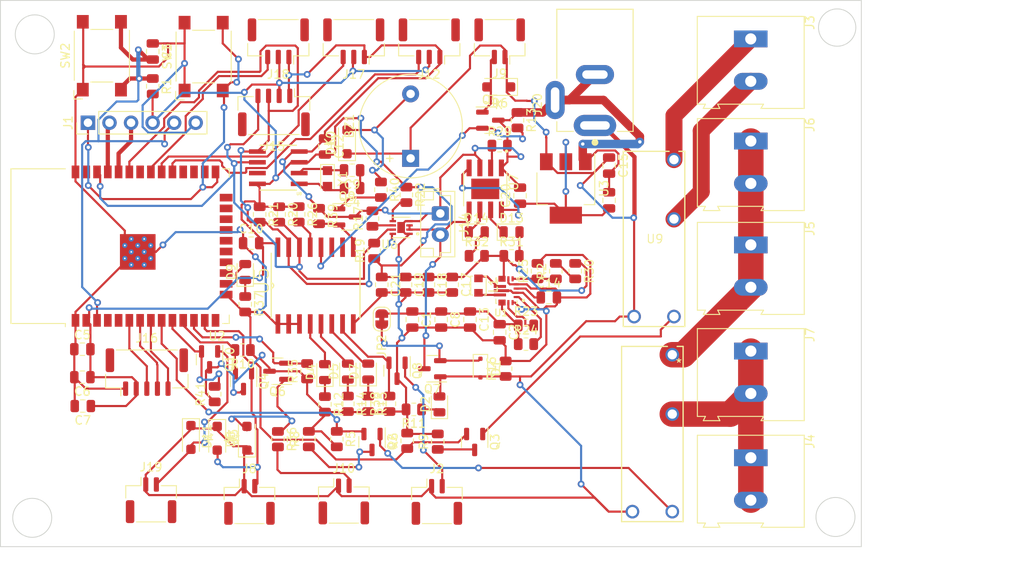
<source format=kicad_pcb>
(kicad_pcb (version 20240108) (generator "pcbnew") (generator_version "8.0")
  (title_block (title "Capibator") (date "2024-03-17") (rev "1.1") (company "Capistor"))
  (layers (0 "F.Cu" signal) (31 "B.Cu" signal) (34 "B.Paste" user) (35 "F.Paste" user) (36 "B.SilkS" user "B.Silkscreen") (37 "F.SilkS" user "F.Silkscreen") (38 "B.Mask" user) (39 "F.Mask" user) (44 "Edge.Cuts" user))
  (net 0 "")
  (net 1 "+12V")
  (net 2 "Net-(BZ1-+)")
  (net 3 "/MCU/TPS_VIN")
  (net 4 "GND")
  (net 5 "/MCU/RESET")
  (net 6 "+3.3V")
  (net 7 "+5V")
  (net 8 "Net-(D2-K)")
  (net 9 "Net-(D3-A)")
  (net 10 "/MCU/FAULT_LED")
  (net 11 "/MCU/BUSY_LED")
  (net 12 "Net-(D7-K)")
  (net 13 "/MCU/CON_LED")
  (net 14 "Net-(D8-A)")
  (net 15 "Net-(D9-K)")
  (net 16 "/MCU/IO_LED")
  (net 17 "Buck_In")
  (net 18 "Net-(D13-A)")
  (net 19 "/MCU/GPIO0")
  (net 20 "/MCU/TX")
  (net 21 "/MCU/RX")
  (net 22 "Net-(J4-Pin_1)")
  (net 23 "Net-(J10-Pin_2)")
  (net 24 "/MCU/WATER_LEVEL_DATA")
  (net 25 "/MCU/SDA")
  (net 26 "/MCU/SCL")
  (net 27 "/MCU/ROT_SW")
  (net 28 "/MCU/TEMP1_DATA")
  (net 29 "/MCU/TEMP2_DATA")
  (net 30 "/MCU/P_IO_5")
  (net 31 "/MCU/GPIO37")
  (net 32 "/MCU/GPIO36")
  (net 33 "/MCU/GPIO17")
  (net 34 "/MCU/GPIO16")
  (net 35 "/MCU/GPIO12")
  (net 36 "/MCU/GPIO2")
  (net 37 "MCU_BAT")
  (net 38 "Net-(Q2-D)")
  (net 39 "/MCU/heater")
  (net 40 "Net-(Q2-S)")
  (net 41 "Net-(Q3-D)")
  (net 42 "/MCU/turner")
  (net 43 "Net-(Q3-S)")
  (net 44 "/MCU/FAN_EXHAUST_PIN")
  (net 45 "/MCU/FAN_CON_PIN")
  (net 46 "/MCU/MIST_PIN")
  (net 47 "/MCU/LED_PIN")
  (net 48 "/MCU/BUZ_PIN")
  (net 49 "/MCU/WATER_PUMP_PIN")
  (net 50 "/MCU/EN")
  (net 51 "/MCU/PS")
  (net 52 "12V_status")
  (net 53 "/MCU/ROTARY_CLK")
  (net 54 "/MCU/ROTARY_DATA")
  (net 55 "/MCU/TPS_VAUX")
  (net 56 "/MCU/TPS_FB")
  (net 57 "/MCU/P_IO_7")
  (net 61 "Net-(U6-~{ALERT})")
  (net 62 "Net-(J2-Pin_2)")
  (net 70 "Net-(U7-PROG)")
  (net 71 "Net-(U5-~{INT})")
  (net 72 "Net-(Q9-D)")
  (net 73 "Net-(U1-L1)")
  (net 74 "Net-(U1-L2)")
  (net 75 "Net-(U6-QSTRT)")
  (net 76 "Net-(J3-Pin_2)")
  (net 77 "Net-(J3-Pin_1)")
  (net 78 "Net-(R2-Pad2)")
  (net 79 "Net-(D14-A)")
  (net 80 "Net-(D14-K)")
  (net 81 "Net-(D13-K)")
  (net 82 "Net-(D11-A)")
  (net 83 "Net-(D6-A)")
  (net 84 "Net-(D5-K)")
  (net 85 "Net-(D4-K)")
  (net 86 "Net-(U8-X2)")
  (net 87 "Net-(U8-X1)")
  (net 88 "Net-(C4-Pad1)")
  (net 89 "Net-(J5-Pin_1)")
  (footprint "Connector_JST:JST_GH_SM02B-GHS-TB_1x02-1MP_P1.25mm_Horizontal" (layer "F.Cu") (at 178.51 129.82)
    (property "Reference" "J2")
    (property "Value" "LED")
  )
  (footprint "Button_Switch_SMD:SW_SPST_Omron_B3FS-100xP" (layer "F.Cu") (at 139.01 77.22 90)
    (property "Reference" "SW2")
    (property "Value" "SW_Omron_B3FS")
  )
  (footprint "Capacitor_SMD:C_0805_2012Metric" (layer "F.Cu") (at 182.41 108.32 -90)
    (property "Reference" "C13")
    (property "Value" "10u")
  )
  (footprint "Resistor_SMD:R_0805_2012Metric" (layer "F.Cu") (at 172.91 118.2575 90)
    (property "Reference" "R38")
    (property "Value" "10K")
  )
  (footprint "LED_SMD:LED_0805_2012Metric" (layer "F.Cu") (at 178.81 118.32 90)
    (property "Reference" "D2")
    (property "Value" "LED_PWR")
  )
  (footprint "Resistor_SMD:R_0805_2012Metric" (layer "F.Cu") (at 183.21 100.82)
    (property "Reference" "R32")
    (property "Value" "100")
  )
  (footprint "TerminalBlock:TerminalBlock_Altech_AK300-2_P5.00mm" (layer "F.Cu") (at 215.519 112.043 -90)
    (property "Reference" "J7")
    (property "Value" "C8465")
  )
  (footprint "Connector_JST:JST_GH_SM03B-GHS-TB_1x03-1MP_P1.25mm_Horizontal" (layer "F.Cu") (at 177.61 75.52 180)
    (property "Reference" "J12")
    (property "Value" "Water_Level")
  )
  (footprint "Jumper:SolderJumper-2_P1.3mm_Bridged_RoundedPad1.0x1.5mm" (layer "F.Cu") (at 172.01 108.27 90)
    (property "Reference" "JP2")
    (property "Value" "BUCK_BOOST_JUMP")
  )
  (footprint "Connector_JST:JST_GH_SM02B-GHS-TB_1x02-1MP_P1.25mm_Horizontal" (layer "F.Cu") (at 185.91 75.52 180)
    (property "Reference" "J9")
    (property "Value" "Fan_Continous")
  )
  (footprint "PJ-002AH:CUI_PJ-002AH" (layer "F.Cu") (at 197.144 85.4415 90)
    (property "Reference" "J20")
    (property "Value" "PJ-002AH")
  )
  (footprint "TerminalBlock:TerminalBlock_Altech_AK300-2_P5.00mm" (layer "F.Cu") (at 215.519 124.616 -90)
    (property "Reference" "J4")
    (property "Value" "C8465")
  )
  (footprint "Capacitor_SMD:C_0805_2012Metric" (layer "F.Cu") (at 136.71 111.82)
    (property "Reference" "C5")
    (property "Value" "10u")
  )
  (footprint "Capacitor_SMD:C_0805_2012Metric" (layer "F.Cu") (at 185.91 109.82 -90)
    (property "Reference" "C2")
    (property "Value" "10u")
  )
  (footprint "Resistor_SMD:R_0805_2012Metric" (layer "F.Cu") (at 168.01 118.2575 -90)
    (property "Reference" "R14")
    (property "Value" "100")
  )
  (footprint "Resistor_SMD:R_0805_2012Metric" (layer "F.Cu") (at 174.91 93.62 -90)
    (property "Reference" "R22")
    (property "Value" "10k")
  )
  (footprint "Inductor_SMD:L_Murata_LQH2MCNxxxx02_2.0x1.6mm" (layer "F.Cu") (at 183.41 104.32 -90)
    (property "Reference" "L1")
    (property "Value" "1.5u")
  )
  (footprint "RF_Module:ESP32-WROOM-32" (layer "F.Cu") (at 144.15 99.67 90)
    (property "Reference" "U2")
    (property "Value" "ESP32-WROOM-32")
  )
  (footprint "Resistor_SMD:R_0805_2012Metric" (layer "F.Cu") (at 187.31 100.82)
    (property "Reference" "R31")
    (property "Value" "100")
  )
  (footprint "Diode_SMD:D_0805_2012Metric" (layer "F.Cu") (at 168.01 114.4575 90)
    (property "Reference" "D5")
    (property "Value" "BUSY_LED")
  )
  (footprint "Capacitor_SMD:C_0805_2012Metric" (layer "F.Cu") (at 136.71 115.12 180)
    (property "Reference" "C6")
    (property "Value" "10u")
  )
  (footprint "Button_Switch_SMD:SW_SPST_Omron_B3FS-100xP" (layer "F.Cu") (at 151.01 77.32 90)
    (property "Reference" "SW1")
    (property "Value" "SW_Omron_B3FS")
  )
  (footprint "Package_TO_SOT_SMD:SOT-23" (layer "F.Cu") (at 182.96 122.7575 -90)
    (property "Reference" "Q3")
    (property "Value" "AO3406")
  )
  (footprint "Connector_JST:JST_GH_SM02B-GHS-TB_1x02-1MP_P1.25mm_Horizontal" (layer "F.Cu") (at 156.41 129.82)
    (property "Reference" "J8")
    (property "Value" "Fan_Exhaust")
  )
  (footprint "LED_SMD:LED_0805_2012Metric" (layer "F.Cu") (at 170.41 114.4575 90)
    (property "Reference" "D7")
    (property "Value" "CONNECTIVITY_LED")
  )
  (footprint "Resistor_SMD:R_0805_2012Metric" (layer "F.Cu") (at 159.766 122.428 -90)
    (property "Reference" "R36")
    (property "Value" "1K")
  )
  (footprint "Package_TO_SOT_SMD:SOT-23" (layer "F.Cu") (at 173.81 114.3575 -90)
    (property "Reference" "Q8")
    (property "Value" "AO3406")
  )
  (footprint "Resistor_SMD:R_0805_2012Metric" (layer "F.Cu") (at 172.01 104.22 -90)
    (property "Reference" "C21")
    (property "Value" "22u")
  )
  (footprint "Diode_SMD:D_SOD-123F" (layer "F.Cu") (at 185.801 80.899 180)
    (property "Reference" "D6")
    (property "Value" "1N4001")
  )
  (footprint "Capacitor_SMD:C_0805_2012Metric" (layer "F.Cu") (at 156.61 99.32)
    (property "Reference" "C10")
    (property "Value" "10u")
  )
  (footprint "Connector_PinHeader_2.54mm:PinHeader_1x06_P2.54mm_Vertical" (layer "F.Cu") (at 137.37 85.12 90)
    (property "Reference" "J1")
    (property "Value" "FTDI")
  )
  (footprint "Resistor_SMD:R_0805_2012Metric" (layer "F.Cu") (at 152.31 117.12 90)
    (property "Reference" "R41")
    (property "Value" "10K")
  )
  (footprint "Resistor_SMD:R_0805_2012Metric" (layer "F.Cu") (at 175.01 122.62 90)
    (property "Reference" "R6")
    (property "Value" "330")
  )
  (footprint "Capacitor_SMD:C_0805_2012Metric" (layer "F.Cu") (at 191.71 105.72)
    (property "Reference" "C14")
    (property "Value" "0.1u")
  )
  (footprint "Capacitor_SMD:C_0805_2012Metric" (layer "F.Cu") (at 188.31 93.72 90)
    (property "Reference" "C20")
    (property "Value" "10u")
  )
  (footprint "Resistor_SMD:R_0805_2012Metric" (layer "F.Cu") (at 190.373 102.616 90)
    (property "Reference" "R25")
    (property "Value" "68.1k")
  )
  (footprint "G5NB-1A-E_DC12:RELAY_G5NB-1A_DC5_OMR" (layer "F.Cu") (at 201.76 89.67 180)
    (property "Reference" "U9")
    (property "Value" "G5NB-1A-E DC12")
  )
  (footprint "Package_TO_SOT_SMD:SOT-23" (layer "F.Cu") (at 167.91 96.22)
    (property "Reference" "Q9")
    (property "Value" "AO3406")
  )
  (footprint "Capacitor_SMD:C_0805_2012Metric" (layer "F.Cu") (at 145.01 76.72 -90)
    (property "Reference" "C3")
    (property "Value" "0.1u")
  )
  (footprint "Resistor_SMD:R_0805_2012Metric" (layer "F.Cu") (at 188.01 84.82 -90)
    (property "Reference" "R13")
    (property "Value" "10K")
  )
  (footprint "Resistor_SMD:R_0805_2012Metric" (layer "F.Cu") (at 174.81 104.22 -90)
    (property "Reference" "C19")
    (property "Value" "22u")
  )
  (footprint "Resistor_SMD:R_0805_2012Metric" (layer "F.Cu") (at 166.71 122.42 -90)
    (property "Reference" "R5")
    (property "Value" "330")
  )
  (footprint "Resistor_SMD:R_0805_2012Metric" (layer "F.Cu") (at 192.532 102.616 90)
    (property "Reference" "R2")
    (property "Value" "3k")
  )
  (footprint "TPS63070RNMR:VREG_TPS63070RNMR" (layer "F.Cu") (at 186.71 104.92 180)
    (property "Reference" "U1")
    (property "Value" "TPS63070RNMR")
  )
  (footprint "Capacitor_SMD:C_0805_2012Metric" (layer "F.Cu") (at 175.61 108.32 -90)
    (property "Reference" "C1")
    (property "Value" "0.1u")
  )
  (footprint "Connector_JST:JST_GH_SM03B-GHS-TB_1x03-1MP_P1.25mm_Horizontal" (layer "F.Cu") (at 168.71 75.52 180)
    (property "Reference" "J17")
    (property "Value" "Temp")
  )
  (footprint "Package_TO_SOT_SMD:SOT-23" (layer "F.Cu") (at 184.81 84.82)
    (property "Reference" "Q5")
    (property "Value" "AO3406")
  )
  (footprint "MAX17048G_T10:SON50P200X200X80-9N" (layer "F.Cu") (at 174.295 97.47 180)
    (property "Reference" "U6")
    (property "Value" "MAX17048G_T10")
  )
  (footprint "Diode_SMD:D_SOD-123F" (layer "F.Cu") (at 149.51 122.22 -90)
    (property "Reference" "D11")
    (property "Value" "1N4001")
  )
  (footprint "Resistor_SMD:R_0805_2012Metric" (layer "F.Cu") (at 145.01 80.82 -90)
    (property "Reference" "R1")
    (property "Value" "10k")
  )
  (footprint "Connector_JST:JST_EH_B2B-EH-A_1x02_P2.50mm_Vertical" (layer "F.Cu") (at 178.91 95.82 -90)
    (property "Reference" "J14")
    (property "Value" "Battery")
  )
  (footprint "Diode_SMD:D_SOD-323F" (layer "F.Cu") (at 183.642 114.046 -90)
    (property "Reference" "D1")
    (property "Value" "1N5819WS")
  )
  (footprint "Resistor_SMD:R_0805_2012Metric" (layer "F.Cu") (at 164.61 96.12 -90)
    (property "Reference" "R39")
    (property "Value" "10K")
  )
  (footprint "Resistor_SMD:R_0805_2012Metric" (layer "F.Cu") (at 189.01 109.02)
    (property "Reference" "R23")
    (property "Value" "10k")
  )
  (footprint "Crystal:Crystal_SMD_2012-2Pin_2.0x1.2mm_HandSoldering" (layer "F.Cu") (at 165.608 91.694 -90)
    (property "Reference" "Y1")
    (property "Value" "32.768kHz Quartz Crystal")
  )
  (footprint "Diode_SMD:D_SOD-123F" (layer "F.Cu") (at 156.11 122.32 90)
    (property "Reference" "D8")
    (property "Value" "1N4001")
  )
  (footprint "TP4056:SOP127P600X175-9N" (layer "F.Cu") (at 184.21 92.92 -90)
    (property "Reference" "U7")
    (property "Value" "TP4056")
  )
  (footprint "Resistor_SMD:R_0805_2012Metric" (layer "F.Cu") (at 185.91 87.82)
    (property "Reference" "R29")
    (property "Value" "10k")
  )
  (footprint "Buzzer_Beeper:Buzzer_12x9.5RM7.6" (layer "F.Cu") (at 175.41 89.32 90)
    (property "Reference" "BZ1")
    (property "Value" "Buzzer")
  )
  (footprint "Resistor_SMD:R_0805_2012Metric" (layer "F.Cu") (at 194.818 102.616 -90)
    (property "Reference" "R30")
    (property "Value" "210k")
  )
  (footprint "Resistor_SMD:R_0805_2012Metric" (layer "F.Cu") (at 165.31 118.32 -90)
    (property "Reference" "R12")
    (property "Value" "100")
  )
  (footprint "Resistor_SMD:R_0805_2012Metric" (layer "F.Cu") (at 163.41 122.42 90)
    (property "Reference" "R8")
    (property "Value" "1k")
  )
  (footprint "Connector_JST:JST_GH_SM02B-GHS-TB_1x02-1MP_P1.25mm_Horizontal" (layer "F.Cu") (at 167.535 129.77)
    (property "Reference" "J10")
    (property "Value" "mist")
  )
  (footprint "Resistor_SMD:R_0805_2012Metric" (layer "F.Cu") (at 175.785 118.92 180)
    (property "Reference" "R11")
    (property "Value" "100")
  )
  (footprint "Diode_SMD:D_SOD-123F" (layer "F.Cu") (at 152.61 122.32 -90)
    (property "Reference" "D3")
    (property "Value" "1N4001")
  )
  (footprint "Capacitor_SMD:C_0805_2012Metric" (layer "F.Cu") (at 136.76 118.52 180)
    (property "Reference" "C7")
    (property "Value" "10u")
  )
  (footprint "Package_TO_SOT_SMD:SOT-23" (layer "F.Cu") (at 170.86 122.7575 -90)
    (property "Reference" "Q2")
    (property "Value" "AO3406")
  )
  (footprint "LED_SMD:LED_0805_2012Metric" (layer "F.Cu") (at 155.91 102.72 90)
    (property "Reference" "D9")
    (property "Value" "LED")
  )
  (footprint "Resistor_SMD:R_0805_2012Metric" (layer "F.Cu") (at 162.21 95.92 -90)
    (property "Reference" "R26")
    (property "Value" "10k")
  )
  (footprint "PCF8574T_3_518:SOIC127P1032X265-16N" (layer "F.Cu") (at 164.21 104.32 90)
    (property "Reference" "U5")
    (property "Value" "PCF8574")
  )
  (footprint "Package_TO_SOT_SMD:SOT-23" (layer "F.Cu") (at 151.71 113.02 -90)
    (property "Reference" "Q10")
    (property "Value" "AO3406")
  )
  (footprint "Capacitor_SMD:C_0805_2012Metric" (layer "F.Cu") (at 168.51 92.82 180)
    (property "Reference" "C4")
    (property "Value" "6p")
  )
  (footprint "Capacitor_SMD:C_0805_2012Metric" (layer "F.Cu") (at 165.31 87.92 -90)
    (property "Reference" "C12")
    (property "Value" "10u")
  )
  (footprint "Resistor_SMD:R_0805_2012Metric" (layer "F.Cu") (at 171.91 93.02 -90)
    (property "Reference" "R40")
    (property "Value" "1K")
  )
  (footprint "Capacitor_SMD:C_0805_2012Metric" (layer "F.Cu") (at 198.81 90.17 -90)
    (property "Reference" "C15")
    (property "Value" "10u")
  )
  (footprint "Resistor_SMD:R_0805_2012Metric" (layer "F.Cu") (at 171.11 100.22 90)
    (property "Reference" "R19")
    (property "Value" "10k")
  )
  (footprint "Resistor_SMD:R_0805_2012Metric" (layer "F.Cu") (at 170.41 118.2575 -90)
    (property "Reference" "R15")
    (property "Value" "100")
  )
  (footprint "G5NB-1A-E_DC12:RELAY_G5NB-1A_DC5_OMR" (layer "F.Cu") (at 201.56 112.67 180)
    (property "Reference" "K1" (hide yes))
    (property "Value" "G5NB-1A-E DC12" (hide yes))
  )
  (footprint "LED_SMD:LED_0805_2012Metric" (layer "F.Cu") (at 187.31 98.02)
    (property "Reference" "D13")
    (property "Value" "LED")
  )
  (footprint "Resistor_SMD:R_0805_2012Metric" (layer "F.Cu") (at 157.61 95.9325 -90)
    (property "Reference" "R21")
    (property "Value" "10k")
  )
  (footprint "Resistor_SMD:R_0805_2012Metric" (layer "F.Cu") (at 186.61 114.12 90)
    (property "Reference" "R16")
    (property "Value" "1.3k")
  )
  (footprint "DS1307ZTR:21-0041B_8" (layer "F.Cu") (at 159.81 90.42 180)
    (property "Reference" "U8")
    (property "Value" "DS1307+")
  )
  (footprint "LED_SMD:LED_0805_2012Metric" (layer "F.Cu") (at 183.21 98.02)
    (property "Reference" "D14")
    (property "Value" "LED")
  )
  (footprint "Diode_SMD:D_SOD-123F" (layer "F.Cu") (at 167.91 87.379 90)
    (property "Reference" "D10")
    (property "Value" "1N4001")
  )
  (footprint "Connector_JST:JST_GH_SM03B-GHS-TB_1x03-1MP_P1.25mm_Horizontal" (layer "F.Cu") (at 159.81 75.52 180)
    (property "Reference" "J18")
    (property "Value" "Temp2")
  )
  (footprint "Connector_JST:JST_GH_BM04B-GHS-TBT_1x04-1MP_P1.25mm_Vertical" (layer "F.Cu") (at 159.288 83.902 180)
    (property "Reference" "J15")
    (property "Value" "Display")
  )
  (footprint "Connector_JST:JST_GH_SM02B-GHS-TB_1x02-1MP_P1.25mm_Horizontal" (layer "F.Cu") (at 144.81 129.62)
    (property "Reference" "J19")
    (property "Value" "Water_Pump")
  )
  (footprint "Resistor_SMD:R_0805_2012Metric" (layer "F.Cu") (at 155.61 111.92 180)
    (property "Reference" "R10")
    (property "Value" "10K")
  )
  (footprint "Resistor_SMD:R_0805_2012Metric" (layer "F.Cu") (at 170.91 96.42 90)
    (property "Reference" "R17")
    (property "Value" "10k")
  )
  (footprint "Resistor_SMD:R_0805_2012Metric" (layer "F.Cu") (at 159.91 95.9325 -90)
    (property "Reference" "R20")
    (property "Value" "10k")
  )
  (footprint "Resistor_SMD:R_0805_2012Metric" (layer "F.Cu") (at 180.31 104.22 -90)
    (property "Reference" "C17")
    (property "Value" "10u")
  )
  (footprint "Resistor_SMD:R_0805_2012Metric" (layer "F.Cu") (at 178.61 122.72 90)
    (property "Reference" "R9")
    (property "Value" "1k")
  )
  (footprint "TerminalBlock:TerminalBlock_Altech_AK300-2_P5.00mm" (layer "F.Cu") (at 215.51 75.235 -90)
    (property "Reference" "J3")
    (property "Value" "C8465")
  )
  (footprint "Package_TO_SOT_SMD:SOT-223-3_TabPin2" (layer "F.Cu") (at 193.71 92.87 -90)
    (property "Reference" "U3")
    (property "Value" "AMS1117-5.0")
  )
  (footprint "Resistor_SMD:R_0805_2012Metric" (layer "F.Cu") (at 177.51 104.22 -90)
    (property "Reference" "C18")
    (property "Value" "22u")
  )
  (footprint "Capacitor_SMD:C_0805_2012Metric" (layer "F.Cu") (at 179.01 108.32 -90)
    (property "Reference" "C8")
    (property "Value" "10u")
  )
  (footprint "Connector_JST:JST_GH_BM05B-GHS-TBT_1x05-1MP_P1.25mm_Vertical" (layer "F.Cu") (at 144.31 114.52)
    (property "Reference" "J16")
    (property "Value" "Rotary encoder")
  )
  (footprint "Resistor_SMD:R_0805_2012Metric" (layer "F.Cu") (at 189.01 111.22)
    (property "Reference" "R24")
    (property "Value" "10k")
  )
  (footprint "Capacitor_SMD:C_0805_2012Metric" (layer "F.Cu") (at 168.51 90.72 180)
    (property "Reference" "C9")
    (property "Value" "6p")
  )
  (footprint "TerminalBlock:TerminalBlock_Altech_AK300-2_P5.00mm" (layer "F.Cu") (at 215.519 87.278 -90)
    (property "Reference" "J6")
    (property "Value" "C8465")
  )
  (footprint "Resistor_SMD:R_0805_2012Metric" (layer "F.Cu") (at 163.21 114.42 90)
    (property "Reference" "R35")
    (property "Value" "10K")
  )
  (footprint "Resistor_SMD:R_0805_2012Metric" (layer "F.Cu") (at 155.91 106.52 -90)
    (property "Reference" "R37")
    (property "Value" "100")
  )
  (footprint "Package_TO_SOT_SMD:SOT-23" (layer "F.Cu") (at 159.71 114.42 180)
    (property "Reference" "Q6")
    (property "Value" "AO3406")
  )
  (footprint "LED_SMD:LED_0805_2012Metric" (layer "F.Cu") (at 165.31 114.52 90)
    (property "Reference" "D4")
    (property "Value" "FAULT_LED")
  )
  (footprint "Package_TO_SOT_SMD:SOT-23" (layer "F.Cu") (at 177.9725 114.12 180)
    (property "Reference" "Q7")
    (property "Value" "SI2301")
  )
  (footprint "Package_TO_SOT_SMD:SOT-23" (layer "F.Cu") (at 155.71 115.5825 -90)
    (property "Reference" "Q4")
    (property "Value" "AO3406")
  )
  (footprint "Capacitor_SMD:C_0805_2012Metric" (layer "F.Cu") (at 198.81 94.27 90)
    (property "Reference" "C16" (hide yes))
    (property "Value" "10u")
  )
  (footprint "TerminalBlock:TerminalBlock_Altech_AK300-2_P5.00mm" (layer "F.Cu") (at 215.519 99.521 -90)
    (property "Reference" "J5")
    (property "Value" "C8465")
  )
  (gr_circle (center 225.7 73.9) (end 227.9 73.9) (stroke (width 0.1)) (fill none) (layer "Edge.Cuts"))
  (gr_circle (center 131.1 74.7) (end 133.4 74.7) (stroke (width 0.1)) (fill none) (layer "Edge.Cuts"))
  (gr_circle (center 130.8 131.7) (end 133.1 131.7) (stroke (width 0.1)) (fill none) (layer "Edge.Cuts"))
  (gr_circle (center 225.5 131.6) (end 227.8 131.6) (stroke (width 0.1)) (fill none) (layer "Edge.Cuts"))
  (gr_rect (start 127.05 70.7) (end 228.55 135.1) (stroke (width 0.1)) (fill none) (layer "Edge.Cuts"))
  (segment (start 156.684092 129.145) (end 155.785 128.245908) (width 0.25) (layer "F.Cu") (net 1))
  (segment (start 188.31 115.1325) (end 188.21 115.0325) (width 0.25) (layer "F.Cu") (net 1))
  (segment (start 186.034999 76.02) (end 186.535 76.520001) (width 0.25) (layer "F.Cu") (net 1))
  (segment (start 182.41 77.22) (end 183.61 76.02) (width 0.25) (layer "F.Cu") (net 1))
  (segment (start 178.91 117.2825) (end 178.81 117.3825) (width 0.25) (layer "F.Cu") (net 1))
  (segment (start 186.7475 81.52) (end 186.7475 77.5825) (width 0.25) (layer "F.Cu") (net 1))
  (segment (start 154.485 123.2575) (end 152.3855 121.158) (width 0.25) (layer "F.Cu") (net 1))
  (segment (start 201.803 89.154) (end 201.803 96.227) (width 0.5) (layer "F.Cu") (net 1))
  (segment (start 191.41 89.72) (end 192.735 91.045) (width 0.25) (layer "F.Cu") (net 1))
  (segment (start 198.76 130.97) (end 198.61 130.82) (width 0.25) (layer "F.Cu") (net 1))
  (segment (start 167.91 88.7575) (end 174.8475 88.7575) (width 0.25) (layer "F.Cu") (net 1))
  (segment (start 152.3855 121.158) (end 149.6345 121.158) (width 0.25) (layer "F.Cu") (net 1))
  (segment (start 166.91 127.92) (end 166.91 128.769999) (width 0.25) (layer "F.Cu") (net 1))
  (segment (start 182.41 78.719092) (end 182.41 77.22) (width 0.25) (layer "F.Cu") (net 1))
  (segment (start 186.7475 81.52) (end 187.7475 82.52) (width 0.25) (layer "F.Cu") (net 1))
  (segment (start 191.389 86.233) (end 191.389 86.868) (width 0.25) (layer "F.Cu") (net 1))
  (segment (start 188.21 115.0325) (end 189.5975 115.0325) (width 0.25) (layer "F.Cu") (net 1))
  (segment (start 201.56 130.97) (end 198.76 130.97) (width 0.25) (layer "F.Cu") (net 1))
  (segment (start 177.885 127.97) (end 177.885 128.819999) (width 0.25) (layer "F.Cu") (net 1))
  (segment (start 187.7475 82.52) (end 189.11 82.52) (width 0.25) (layer "F.Cu") (net 1))
  (segment (start 196.11 108.52) (end 199.51 108.52) (width 0.25) (layer "F.Cu") (net 1))
  (segment (start 196.985 91.045) (end 198.81 89.22) (width 0.25) (layer "F.Cu") (net 1))
  (segment (start 156.11 123.2575) (end 154.485 123.2575) (width 0.25) (layer "F.Cu") (net 1))
  (segment (start 186.535 76.520001) (end 186.535 77.37) (width 0.25) (layer "F.Cu") (net 1))
  (segment (start 176.71 129.145) (end 177.885 127.97) (width 0.25) (layer "F.Cu") (net 1))
  (segment (start 154.735 129.02) (end 155.785 127.97) (width 0.25) (layer "F.Cu") (net 1))
  (segment (start 201.76 96.37) (end 201.76 107.97) (width 0.25) (layer "F.Cu") (net 1))
  (segment (start 156.758588 124.12) (end 156.61 124.12) (width 0.25) (layer "F.Cu") (net 1))
  (segment (start 198.61 130.82) (end 195.51 127.72) (width 0.25) (layer "F.Cu") (net 1))
  (segment (start 198.0905 85.4415) (end 201.803 89.154) (width 0.5) (layer "F.Cu") (net 1))
  (segment (start 175.41 85.719092) (end 182.41 78.719092) (width 0.25) (layer "F.Cu") (net 1))
  (segment (start 197.144 85.4415) (end 198.0905 85.4415) (width 0.5) (layer "F.Cu") (net 1))
  (segment (start 195.51 92.52) (end 195.41 92.52) (width 0.25) (layer "F.Cu") (net 1))
  (segment (start 174.8475 88.7575) (end 175.41 89.32) (width 0.25) (layer "F.Cu") (net 1))
  (segment (start 191.41 86.889) (end 191.41 89.72) (width 0.25) (layer "F.Cu") (net 1))
  (segment (start 178.9475 115.0325) (end 178.91 115.07) (width 0.25) (layer "F.Cu") (net 1))
  (segment (start 165.685 129.145) (end 156.684092 129.145) (width 0.25) (layer "F.Cu") (net 1))
  (segment (start 198.81 89.22) (end 195.51 92.52) (width 0.25) (layer "F.Cu") (net 1))
  (segment (start 186.7475 77.5825) (end 186.535 77.37) (width 0.25) (layer "F.Cu") (net 1))
  (segment (start 188.31 116.02) (end 188.31 115.1325) (width 0.25) (layer "F.Cu") (net 1))
  (segment (start 178.91 115.07) (end 178.91 117.2825) (width 0.25) (layer "F.Cu") (net 1))
  (segment (start 199.51 108.52) (end 200.06 107.97) (width 0.25) (layer "F.Cu") (net 1))
  (segment (start 189.11 82.52) (end 189.14 82.55) (width 0.25) (layer "F.Cu") (net 1))
  (segment (start 191.389 86.868) (end 191.41 86.889) (width 0.25) (layer "F.Cu") (net 1))
  (segment (start 189.14 82.55) (end 189.992 82.55) (width 0.25) (layer "F.Cu") (net 1))
  (segment (start 186.61 115.0325) (end 178.9475 115.0325) (width 0.25) (layer "F.Cu") (net 1))
  (segment (start 144.185 128.619999) (end 144.585001 129.02) (width 0.25) (layer "F.Cu") (net 1))
  (segment (start 178.385001 129.32) (end 197.11 129.32) (width 0.25) (layer "F.Cu") (net 1))
  (segment (start 144.185 126.6075) (end 144.185 127.77) (width 0.25) (layer "F.Cu") (net 1))
  (segment (start 166.91 128.769999) (end 167.285001 129.145) (width 0.25) (layer "F.Cu") (net 1))
  (segment (start 201.803 96.227) (end 201.71 96.32) (width 0.5) (layer "F.Cu") (net 1))
  (segment (start 167.285001 129.145) (end 176.71 129.145) (width 0.25) (layer "F.Cu") (net 1))
  (segment (start 144.185 127.77) (end 144.185 128.619999) (width 0.25) (layer "F.Cu") (net 1))
  (segment (start 186.61 115.0325) (end 188.21 115.0325) (width 0.25) (layer "F.Cu") (net 1))
  (segment (start 177.885 128.819999) (end 178.385001 129.32) (width 0.25) (layer "F.Cu") (net 1))
  (segment (start 149.6345 121.158) (end 144.185 126.6075) (width 0.25) (layer "F.Cu") (net 1))
  (segment (start 192.735 91.045) (end 196.985 91.045) (width 0.25) (layer "F.Cu") (net 1))
  (segment (start 155.785 128.245908) (end 155.785 127.97) (width 0.25) (layer "F.Cu") (net 1))
  (segment (start 197.11 129.32) (end 198.61 130.82) (width 0.25) (layer "F.Cu") (net 1))
  (segment (start 183.61 76.02) (end 186.034999 76.02) (width 0.25) (layer "F.Cu") (net 1))
  (segment (start 201.71 96.32) (end 201.76 96.37) (width 0.25) (layer "F.Cu") (net 1))
  (segment (start 189.5975 115.0325) (end 196.11 108.52) (width 0.25) (layer "F.Cu") (net 1))
  (segment (start 144.585001 129.02) (end 154.735 129.02) (width 0.25) (layer "F.Cu") (net 1))
  (segment (start 156.11 123.72) (end 155.785 124.045) (width 0.25) (layer "F.Cu") (net 1))
  (segment (start 155.785 124.045) (end 155.785 127.97) (width 0.25) (layer "F.Cu") (net 1))
  (segment (start 200.06 107.97) (end 201.76 107.97) (width 0.25) (layer "F.Cu") (net 1))
  (segment (start 175.41 89.32) (end 175.41 85.719092) (width 0.25) (layer "F.Cu") (net 1))
  (segment (start 166.91 127.92) (end 165.685 129.145) (width 0.25) (layer "F.Cu") (net 1))
  (via (at 188.31 116.02) (size 0.8) (drill 0.4) (layers "F.Cu" "B.Cu") (net 1))
  (via (at 201.71 96.32) (size 0.8) (drill 0.4) (layers "F.Cu" "B.Cu") (net 1))
  (via (at 191.389 86.233) (size 0.8) (drill 0.4) (layers "F.Cu" "B.Cu") (net 1))
  (via (at 195.51 127.72) (size 0.8) (drill 0.4) (layers "F.Cu" "B.Cu") (net 1))
  (via (at 189.992 82.55) (size 0.8) (drill 0.4) (layers "F.Cu" "B.Cu") (net 1))
  (via (at 195.41 92.52) (size 0.8) (drill 0.4) (layers "F.Cu" "B.Cu") (net 1))
  (segment (start 195.41 92.52) (end 199.21 96.32) (width 0.25) (layer "B.Cu") (net 1))
  (segment (start 195.51 127.72) (end 195.51 123.22) (width 0.25) (layer "B.Cu") (net 1))
  (segment (start 189.992 84.836) (end 191.389 86.233) (width 0.25) (layer "B.Cu") (net 1))
  (segment (start 199.21 96.32) (end 201.71 96.32) (width 0.25) (layer "B.Cu") (net 1))
  (segment (start 195.51 123.22) (end 188.31 116.02) (width 0.25) (layer "B.Cu") (net 1))
  (segment (start 189.992 82.55) (end 189.992 84.836) (width 0.25) (layer "B.Cu") (net 1))
  (segment (start 171.91 92.1075) (end 171.91 91.72) (width 0.25) (layer "F.Cu") (net 2))
  (segment (start 171.91 91.72) (end 170.91 90.72) (width 0.25) (layer "F.Cu") (net 2))
  (segment (start 171.151 85.979) (end 175.41 81.72) (width 0.25) (layer "F.Cu") (net 2))
  (segment (start 167.91 85.979) (end 171.151 85.979) (width 0.25) (layer "F.Cu") (net 2))
  (via (at 171.151 85.979) (size 0.8) (drill 0.4) (layers "F.Cu" "B.Cu") (net 2))
  (via (at 170.91 90.72) (size 0.8) (drill 0.4) (layers "F.Cu" "B.Cu") (net 2))
  (segment (start 171.151 85.979) (end 172.135 86.963) (width 0.25) (layer "B.Cu") (net 2))
  (segment (start 171.435305 90.72) (end 170.91 90.72) (width 0.25) (layer "B.Cu") (net 2))
  (segment (start 172.135 90.020305) (end 171.435305 90.72) (width 0.25) (layer "B.Cu") (net 2))
  (segment (start 172.135 86.963) (end 172.135 90.020305) (width 0.25) (layer "B.Cu") (net 2))
  (segment (start 188.0975 109.02) (end 186.185 107.1075) (width 0.25) (layer "F.Cu") (net 3))
  (segment (start 186.185 107.1075) (end 186.185 106.32) (width 0.25) (layer "F.Cu") (net 3))
  (segment (start 182.16 107.62) (end 182.41 107.37) (width 0.25) (layer "F.Cu") (net 3))
  (segment (start 185.91 108.87) (end 187.9475 108.87) (width 0.25) (layer "F.Cu") (net 3))
  (segment (start 187.9475 108.87) (end 188.0975 109.02) (width 0.25) (layer "F.Cu") (net 3))
  (segment (start 184.41 107.37) (end 185.91 108.87) (width 0.25) (layer "F.Cu") (net 3))
  (segment (start 172.01 107.62) (end 182.16 107.62) (width 0.25) (layer "F.Cu") (net 3))
  (segment (start 182.41 107.37) (end 184.41 107.37) (width 0.25) (layer "F.Cu") (net 3))
  (segment (start 188.0975 109.02) (end 188.0975 111.22) (width 0.25) (layer "F.Cu") (net 3))
  (segment (start 178.86 78.219999) (end 178.86 77.37) (width 0.25) (layer "F.Cu") (net 4))
  (segment (start 155.66 99.32) (end 155.66 98.07) (width 0.25) (layer "F.Cu") (net 4))
  (segment (start 148.76 78.12) (end 148.76 73.32) (width 0.25) (layer "F.Cu") (net 4))
  (segment (start 137.035 78.495) (end 136.81 78.27) (width 0.25) (layer "F.Cu") (net 4))
  (segment (start 199.5301 88.395) (end 199.91 88.7749) (width 0.25) (layer "F.Cu") (net 4))
  (segment (start 146.31 75.77) (end 148.76 75.77) (width 0.25) (layer "F.Cu") (net 4))
  (segment (start 174.295 97.2349) (end 174.295 97.47) (width 0.25) (layer "F.Cu") (net 4))
  (segment (start 199.91 88.7749) (end 199.91 90.02) (width 0.25) (layer "F.Cu") (net 4))
  (segment (start 148.76 75.77) (end 148.76 73.32) (width 0.25) (layer "F.Cu") (net 4))
  (segment (start 136.81 81.17) (end 136.81 78.27) (width 0.25) (layer "F.Cu") (net 4))
  (segment (start 165.31 119.2325) (end 165.31 119.6075) (width 0.25) (layer "F.Cu") (net 4))
  (segment (start 175.01 119.0575) (end 174.8725 118.92) (width 0.25) (layer "F.Cu") (net 4))
  (segment (start 145.7301 78.495) (end 146.81 77.4151) (width 0.25) (layer "F.Cu") (net 4))
  (segment (start 192.66 106.54) (end 192.66 105.72) (width 0.25) (layer "F.Cu") (net 4))
  (segment (start 174.81 105.72) (end 174.01 106.52) (width 0.25) (layer "F.Cu") (net 4))
  (segment (start 202.438 86.727784) (end 202.438 87.376) (width 1) (layer "F.Cu") (net 4))
  (segment (start 148.76 81.32) (end 148.76 78.12) (width 0.25) (layer "F.Cu") (net 4))
  (segment (start 191.41 111.2651) (end 191.41 107.32) (width 0.25) (layer "F.Cu") (net 4))
  (segment (start 185.91 110.77) (end 183.91 110.77) (width 0.25) (layer "F.Cu") (net 4))
  (segment (start 161.06 77.37) (end 161.06 79.52) (width 0.25) (layer "F.Cu") (net 4))
  (segment (start 135.9 82.08) (end 135.9 90.92) (width 0.25) (layer "F.Cu") (net 4))
  (segment (start 197.435 88.395) (end 199.5301 88.395) (width 0.25) (layer "F.Cu") (net 4))
  (segment (start 178.61 121.8075) (end 175.11 121.8075) (width 0.25) (layer "F.Cu") (net 4))
  (segment (start 135.76 111.82) (end 135.76 115.12) (width 0.25) (layer "F.Cu") (net 4))
  (segment (start 163.765 88.515) (end 165.31 86.97) (width 0.25) (layer "F.Cu") (net 4))
  (segment (start 170.63 77.37) (end 169.96 77.37) (width 0.25) (layer "F.Cu") (net 4))
  (segment (start 196.01 89.72) (end 196.11 89.72) (width 0.25) (layer "F.Cu") (net 4))
  (segment (start 161.06 79.52) (end 161.06 81.845) (width 0.25) (layer "F.Cu") (net 4))
  (segment (start 141.81 116.47) (end 137.11 116.47) (width 0.25) (layer "F.Cu") (net 4))
  (segment (start 174.8099 96.72) (end 174.295 97.2349) (width 0.25) (layer "F.Cu") (net 4))
  (segment (start 188.31 92.64) (end 188.31 92.77) (width 0.25) (layer "F.Cu") (net 4))
  (segment (start 178.91 95.82) (end 177.41 95.82) (width 0.25) (layer "F.Cu") (net 4))
  (segment (start 141.445 101.875) (end 141.715 101.875) (width 0.25) (layer "F.Cu") (net 4))
  (segment (start 188.01 83.9075) (end 188.2725 84.17) (width 0.25) (layer "F.Cu") (net 4))
  (segment (start 173.81 111.07) (end 174.385 110.495) (width 0.25) (layer "F.Cu") (net 4))
  (segment (start 157.91 112.70891) (end 157.68016 112.93875) (width 0.25) (layer "F.Cu") (net 4))
  (segment (start 165.31 86.15) (end 171.59 79.87) (width 0.25) (layer "F.Cu") (net 4))
  (segment (start 137.035 78.495) (end 145.7301 78.495) (width 0.25) (layer "F.Cu") (net 4))
  (segment (start 178.91 91.59) (end 181.6 88.9) (width 0.25) (layer "F.Cu") (net 4))
  (segment (start 186.61 113.2075) (end 189.4676 113.2075) (width 0.25) (layer "F.Cu") (net 4))
  (segment (start 157.68016 112.93875) (end 158.7725 114.03109) (width 0.25) (layer "F.Cu") (net 4))
  (segment (start 146.81 75.77) (end 146.31 75.77) (width 0.25) (layer "F.Cu") (net 4))
  (segment (start 136.81 78.72) (end 137.035 78.495) (width 0.25) (layer "F.Cu") (net 4))
  (segment (start 159.765 108.8412) (end 159.5312 108.8412) (width 0.25) (layer "F.Cu") (net 4))
  (segment (start 191.3655 100.711) (end 195.707 100.711) (width 0.25) (layer "F.Cu") (net 4))
  (segment (start 155.66 99.32) (end 155.66 99.47) (width 0.25) (layer "F.Cu") (net 4))
  (segment (start 191.08 107.1) (end 191.41 106.77) (width 0.25) (layer "F.Cu") (net 4))
  (segment (start 162.2975 114.42) (end 163.21 115.3325) (width 0.25) (layer "F.Cu") (net 4))
  (segment (start 196.596 101.6) (end 196.596 105.283) (width 0.25) (layer "F.Cu") (net 4))
  (segment (start 165.31 86.97) (end 165.31 86.15) (width 0.25) (layer "F.Cu") (net 4))
  (segment (start 172.8475 119.2325) (end 172.91 119.17) (width 0.25) (layer "F.Cu") (net 4))
  (segment (start 187.226776 104.92) (end 186.11 104.92) (width 0.25) (layer "F.Cu") (net 4))
  (segment (start 162.2738 88.515) (end 163.765 88.515) (width 0.25) (layer "F.Cu") (net 4))
  (segment (start 195.707 87.63) (end 195.707 89.417) (width 1) (layer "F.Cu") (net 4))
  (segment (start 190.373 101.7035) (end 191.3655 100.711) (width 0.25) (layer "F.Cu") (net 4))
  (segment (start 159.765 108.8412) (end 162.305 108.8412) (width 0.25) (layer "F.Cu") (net 4))
  (segment (start 196.159 105.72) (end 192.66 105.72) (width 0.25) (layer "F.Cu") (net 4))
  (segment (start 192.444 82.4415) (end 198.151716 82.4415) (width 1) (layer "F.Cu") (net 4))
  (segment (start 189.4676 113.2075) (end 191.41 111.2651) (width 0.25) (layer "F.Cu") (net 4))
  (segment (start 187.435 106.32) (end 187.71 106.32) (width 0.25) (layer "F.Cu") (net 4))
  (segment (start 136.76 81.22) (end 136.81 81.17) (width 0.25) (layer "F.Cu") (net 4))
  (segment (start 163.41 121.5075) (end 164.885 121.5075) (width 0.25) (layer "F.Cu") (net 4))
  (segment (start 135.9 92.035305) (end 141.715 97.850305) (width 0.25) (layer "F.Cu") (net 4))
  (segment (start 166.63 76) (end 163.21 79.42) (width 0.25) (layer "F.Cu") (net 4))
  (segment (start 175.28 98.22) (end 174.8099 98.22) (width 0.25) (layer "F.Cu") (net 4))
  (segment (start 165.31 119.2325) (end 172.8475 119.2325) (width 0.25) (layer "F.Cu") (net 4))
  (segment (start 191.41 107.32) (end 191.41 106.77) (width 0.25) (layer "F.Cu") (net 4))
  (segment (start 177.41 95.82) (end 176.51 96.72) (width 0.25) (layer "F.Cu") (net 4))
  (segment (start 185.7475 84.82) (end 186.8225 85.895) (width 0.25) (layer "F.Cu") (net 4))
  (segment (start 158.1225 107.4325) (end 157.61 107.4325) (width 0.25) (layer "F.Cu") (net 4))
  (segment (start 172.91 119.17) (end 174.6225 119.17) (width 0.25) (layer "F.Cu") (net 4))
  (segment (start 135.9 108.42) (end 135.9 111.68) (width 0.25) (layer "F.Cu") (net 4))
  (segment (start 183.014998 88.9) (end 183.079999 88.965001) (width 0.25) (layer "F.Cu") (net 4))
  (segment (start 187.0975 84.82) (end 188.01 83.9075) (width 0.25) (layer "F.Cu") (net 4))
  (segment (start 135.9 107.42) (end 141.445 101.875) (width 0.25) (layer "F.Cu") (net 4))
  (segment (start 136.76 81.22) (end 135.9 82.08) (width 0.25) (layer "F.Cu") (net 4))
  (segment (start 187.86 105.17) (end 187.476776 105.17) (width 0.25) (layer "F.Cu") (net 4))
  (segment (start 135.9 108.42) (end 135.9 107.42) (width 0.25) (layer "F.Cu") (net 4))
  (segment (start 174.81 105.1325) (end 174.81 105.72) (width 0.25) (layer "F.Cu") (net 4))
  (segment (start 174.8725 116.3575) (end 173.81 115.295) (width 0.25) (layer "F.Cu") (net 4))
  (segment (start 183.575 89.460001) (end 183.575 90.445) (width 0.25) (layer "F.Cu") (net 4))
  (segment (start 161.06 81.845) (end 161.185 81.97) (width 0.25) (layer "F.Cu") (net 4))
  (segment (start 196.596 105.283) (end 196.159 105.72) (width 0.25) (layer "F.Cu") (net 4))
  (segment (start 192.43 106.77) (end 192.66 106.54) (width 0.25) (layer "F.Cu") (net 4))
  (segment (start 186.8225 89.12) (end 186.8225 89.7375) (width 0.25) (layer "F.Cu") (net 4))
  (segment (start 195.707 89.417) (end 196.01 89.72) (width 1) (layer "F.Cu") (net 4))
  (segment (start 155.66 99.47) (end 157.11 100.92) (width 0.25) (layer "F.Cu") (net 4))
  (segment (start 188.6649 105.17) (end 190.5949 107.1) (width 0.25) (layer "F.Cu") (net 4))
  (segment (start 156.5225 108.045) (end 155.91 107.4325) (width 0.25) (layer "F.Cu") (net 4))
  (segment (start 186.8225 85.895) (end 186.8225 87.82) (width 0.25) (layer "F.Cu") (net 4))
  (segment (start 198.151716 82.4415) (end 202.438 86.727784) (width 1) (layer "F.Cu") (net 4))
  (segment (start 172 76) (end 170.63 77.37) (width 0.25) (layer "F.Cu") (net 4))
  (segment (start 169.96 77.37) (end 169.96 76) (width 0.25) (layer "F.Cu") (net 4))
  (segment (start 156.5225 112.17) (end 157.29125 112.93875) (width 0.25) (layer "F.Cu") (net 4))
  (segment (start 158.7725 114.03109) (end 158.7725 114.42) (width 0.25) (layer "F.Cu") (net 4))
  (segment (start 174.8725 118.92) (end 174.8725 116.3575) (width 0.25) (layer "F.Cu") (net 4))
  (segment (start 175.28 96.72) (end 174.8099 96.72) (width 0.25) (layer "F.Cu") (net 4))
  (segment (start 196.11 89.72) (end 197.435 88.395) (width 0.25) (layer "F.Cu") (net 4))
  (segment (start 189.6051 104.67) (end 192.47 104.67) (width 0.25) (layer "F.Cu") (net 4))
  (segment (start 192.444 82.4415) (end 194.144 82.4415) (width 1) (layer "F.Cu") (net 4))
  (segment (start 185.7475 84.82) (end 187.0975 84.82) (width 0.25) (layer "F.Cu") (net 4))
  (segment (start 156.5225 111.92) (end 156.5225 112.17) (width 0.25) (layer "F.Cu") (net 4))
  (segment (start 158.7725 114.42) (end 162.2975 114.42) (width 0.25) (layer "F.Cu") (net 4))
  (segment (start 163.21 117.1325) (end 165.31 119.2325) (width 0.25) (layer "F.Cu") (net 4))
  (segment (start 178.86 76.520001) (end 178.339999 76) (width 0.25) (layer "F.Cu") (net 4))
  (segment (start 164.61 95.2075) (end 165.6225 96.22) (width 0.25) (layer "F.Cu") (net 4))
  (segment (start 183.91 110.77) (end 182.41 109.27) (width 0.25) (layer "F.Cu") (net 4))
  (segment (start 178.86 77.37) (end 178.86 76.520001) (width 0.25) (layer "F.Cu") (net 4))
  (segment (start 187.71 106.32) (end 188.51 107.12) (width 0.25) (layer "F.Cu") (net 4))
  (segment (start 174.385 110.495) (end 175.61 109.27) (width 0.25) (layer "F.Cu") (net 4))
  (segment (start 159.5312 108.8412) (end 158.1225 107.4325) (width 0.25) (layer "F.Cu") (net 4))
  (segment (start 157.91 112.52) (end 157.91 112.70891) (width 0.25) (layer "F.Cu") (net 4))
  (segment (start 174.81 105.1325) (end 180.31 105.1325) (width 0.25) (layer "F.Cu") (net 4))
  (segment (start 172.41 95.42) (end 170.9975 95.42) (width 0.25) (layer "F.Cu") (net 4))
  (segment (start 155.66 98.07) (end 155.31 97.72) (width 0.25) (layer "F.Cu") (net 4))
  (segment (start 195.707 100.711) (end 196.596 101.6) (width 0.25) (layer "F.Cu") (net 4))
  (segment (start 174.6225 119.17) (end 174.8725 118.92) (width 0.25) (layer "F.Cu") (net 4))
  (segment (start 186.935 103.996806) (end 186.935 103.52) (width 0.25) (layer "F.Cu") (net 4))
  (segment (start 178.339999 76) (end 172 76) (width 0.25) (layer "F.Cu") (net 4))
  (segment (start 155.91 107.4325) (end 155.7125 107.4325) (width 0.25) (layer "F.Cu") (net 4))
  (segment (start 187.86 105.17) (end 188.6649 105.17) (width 0.25) (layer "F.Cu") (net 4))
  (segment (start 137.11 116.47) (end 135.76 115.12) (width 0.25) (layer "F.Cu") (net 4))
  (segment (start 187.86 104.17) (end 187.108194 104.17) (width 0.25) (layer "F.Cu") (net 4))
  (segment (start 186.8225 87.82) (end 186.8225 89.12) (width 0.25) (layer "F.Cu") (net 4))
  (segment (start 188.41 89.12) (end 186.8225 89.12) (width 0.25) (layer "F.Cu") (net 4))
  (segment (start 175.61 109.27) (end 182.41 109.27) (width 0.25) (layer "F.Cu") (net 4))
  (segment (start 187.476776 105.17) (end 187.226776 104.92) (width 0.25) (layer "F.Cu") (net 4))
  (segment (start 163.41 94.0075) (end 164.61 95.2075) (width 0.25) (layer "F.Cu") (net 4))
  (segment (start 164.885 121.5075) (end 166.71 123.3325) (width 0.25) (layer "F.Cu") (net 4))
  (segment (start 181.6 88.9) (end 183.014998 88.9) (width 0.25) (layer "F.Cu") (net 4))
  (segment (start 170.91 95.5075) (end 169.56 95.5075) (width 0.25) (layer "F.Cu") (net 4))
  (segment (start 157.61 107.4325) (end 155.91 107.4325) (width 0.25) (layer "F.Cu") (net 4))
  (segment (start 187.108194 104.17) (end 186.935 103.996806) (width 0.25) (layer "F.Cu") (net 4))
  (segment (start 170.9975 95.42) (end 170.91 95.5075) (width 0.25) (layer "F.Cu") (net 4))
  (segment (start 178.91 95.82) (end 178.91 91.59) (width 0.25) (layer "F.Cu") (net 4))
  (segment (start 145.01 75.77) (end 146.31 75.77) (width 0.25) (layer "F.Cu") (net 4))
  (segment (start 175.01 121.7075) (end 175.01 119.0575) (width 0.25) (layer "F.Cu") (net 4))
  (segment (start 156.5225 111.92) (end 156.5225 108.045) (width 0.25) (layer "F.Cu") (net 4))
  (segment (start 169.96 76) (end 166.63 76) (width 0.25) (layer "F.Cu") (net 4))
  (segment (start 162.2738 88.515) (end 161.515 88.515) (width 0.25) (layer "F.Cu") (net 4))
  (segment (start 176.51 96.72) (end 175.28 96.72) (width 0.25) (layer "F.Cu") (net 4))
  (segment (start 157.68016 112.93875) (end 157.29125 112.93875) (width 0.25) (layer "F.Cu") (net 4))
  (segment (start 146.21 99.52) (end 145.38 100.35) (width 0.25) (layer "F.Cu") (net 4))
  (segment (start 152.6475 113.9575) (end 151.71 113.9575) (width 0.25) (layer "F.Cu") (net 4))
  (segment (start 182.9 88.23) (end 183.01 88.12) (width 0.25) (layer "F.Cu") (net 4))
  (segment (start 165.31 119.6075) (end 163.41 121.5075) (width 0.25) (layer "F.Cu") (net 4))
  (segment (start 186.8225 89.7375) (end 186.115 90.445) (width 0.25) (layer "F.Cu") (net 4))
  (segment (start 186.61 111.47) (end 186.61 113.2075) (width 0.25) (layer "F.Cu") (net 4))
  (segment (start 185.91 110.77) (end 186.61 111.47) (width 0.25) (layer "F.Cu") (net 4))
  (segment (start 135.81 118.52) (end 135.81 115.17) (width 0.25) (layer "F.Cu") (net 4))
  (segment (start 135.9 111.68) (end 135.76 111.82) (width 0.25) (layer "F.Cu") (net 4))
  (segment (start 141.715 97.850305) (end 141.715 98.825) (width 0.25) (layer "F.Cu") (net 4))
  (segment (start 183.079999 88.965001) (end 183.575 89.460001) (width 0.25) (layer "F.Cu") (net 4))
  (segment (start 135.9 90.92) (end 135.9 92.035305) (width 0.25) (layer "F.Cu") (net 4))
  (segment (start 136.81 73.27) (end 136.76 73.22) (width 0.25) (layer "F.Cu") (net 4))
  (segment (start 177.209999 79.87) (end 178.86 78.219999) (width 0.25) (layer "F.Cu") (net 4))
  (segment (start 151.285 114.3825) (end 151.285 117.0075) (width 0.25) (layer "F.Cu") (net 4))
  (segment (start 191.41 106.77) (end 192.43 106.77) (width 0.25) (layer "F.Cu") (net 4))
  (segment (start 173.81 115.295) (end 173.81 111.07) (width 0.25) (layer "F.Cu") (net 4))
  (segment (start 163.21 115.3325) (end 163.21 117.1325) (width 0.25) (layer "F.Cu") (net 4))
  (segment (start 175.11 121.8075) (end 175.01 121.7075) (width 0.25) (layer "F.Cu") (net 4))
  (segment (start 199.91 90.02) (end 198.81 91.12) (width 0.25) (layer "F.Cu") (net 4))
  (segment (start 190.5949 107.1) (end 191.08 107.1) (width 0.25) (layer "F.Cu") (net 4))
  (segment (start 189.1051 104.17) (end 189.6051 104.67) (width 0.25) (layer "F.Cu") (net 4))
  (segment (start 155.31 116.92) (end 155.71 116.52) (width 0.25) (layer "F.Cu") (net 4))
  (segment (start 192.66 104.86) (end 192.66 105.72) (width 0.25) (layer "F.Cu") (net 4))
  (segment (start 145.38 100.35) (end 143.24 100.35) (width 0.25) (layer "F.Cu") (net 4))
  (segment (start 163.41 93.82) (end 163.41 94.0075) (width 0.25) (layer "F.Cu") (net 4))
  (segment (start 174.295 97.7051) (end 174.295 97.47) (width 0.25) (layer "F.Cu") (net 4))
  (segment (start 192.444 82.4415) (end 190.978 83.9075) (width 1) (layer "F.Cu") (net 4))
  (segment (start 172.01 105.1325) (end 174.81 105.1325) (width 0.25) (layer "F.Cu") (net 4))
  (segment (start 171.59 79.87) (end 177.209999 79.87) (width 0.25) (layer "F.Cu") (net 4))
  (segment (start 151.71 113.9575) (end 151.285 114.3825) (width 0.25) (layer "F.Cu") (net 4))
  (segment (start 172.01 105.4862) (end 172.01 105.1325) (width 0.25) (layer "F.Cu") (net 4))
  (segment (start 194.144 82.4415) (end 197.144 79.4415) (width 1) (layer "F.Cu") (net 4))
  (segment (start 198.81 91.12) (end 198.81 93.32) (width 0.25) (layer "F.Cu") (net 4))
  (segment (start 186.115 90.445) (end 188.31 92.64) (width 0.25) (layer "F.Cu") (net 4))
  (segment (start 174.01 101.22) (end 174.01 99.49) (width 0.25) (layer "F.Cu") (net 4))
  (segment (start 192.47 104.67) (end 192.66 104.86) (width 0.25) (layer "F.Cu") (net 4))
  (segment (start 165.6225 96.22) (end 168.8475 96.22) (width 0.25) (layer "F.Cu") (net 4))
  (segment (start 146.81 77.4151) (end 146.81 75.77) (width 0.25) (layer "F.Cu") (net 4))
  (segment (start 190.978 83.9075) (end 188.01 83.9075) (width 1) (layer "F.Cu") (net 4))
  (segment (start 161.515 88.515) (end 160.31 89.72) (width 0.25) (layer "F.Cu") (net 4))
  (segment (start 155.7125 107.4325) (end 153.66 105.38) (width 0.25) (layer "F.Cu") (net 4))
  (segment (start 168.655 108.8412) (end 172.01 105.4862) (width 0.25) (layer "F.Cu") (net 4))
  (segment (start 183.014998 88.124998) (end 183.014998 88.9) (width 0.25) (layer "F.Cu") (net 4))
  (segment (start 153.085 113.52) (end 152.6475 113.9575) (width 0.25) (layer "F.Cu") (net 4))
  (segment (start 183.01 88.12) (end 183.014998 88.124998) (width 0.25) (layer "F.Cu") (net 4))
  (segment (start 169.56 95.5075) (end 168.8475 96.22) (width 0.25) (layer "F.Cu") (net 4))
  (segment (start 174.01 99.49) (end 175.28 98.22) (width 0.25) (layer "F.Cu") (net 4))
  (segment (start 136.81 78.27) (end 136.81 73.27) (width 0.25) (layer "F.Cu") (net 4))
  (segment (start 151.285 117.0075) (end 152.31 118.0325) (width 0.25) (layer "F.Cu") (net 4))
  (segment (start 187.86 104.17) (end 189.1051 104.17) (width 0.25) (layer "F.Cu") (net 4))
  (segment (start 174.8099 98.22) (end 174.295 97.7051) (width 0.25) (layer "F.Cu") (net 4))
  (segment (start 135.81 115.17) (end 135.76 115.12) (width 0.25) (layer "F.Cu") (net 4))
  (segment (start 154.535 116.92) (end 155.31 116.92) (width 0.25) (layer "F.Cu") (net 4))
  (via (at 188.41 89.12) (size 0.8) (drill 0.4) (layers "F.Cu" "B.Cu") (net 4))
  (via (at 157.11 100.92) (size 0.8) (drill 0.4) (layers "F.Cu" "B.Cu") (net 4))
  (via (at 183.01 88.12) (size 0.8) (drill 0.4) (layers "F.Cu" "B.Cu") (net 4))
  (via (at 160.31 89.72) (size 0.8) (drill 0.4) (layers "F.Cu" "B.Cu") (net 4))
  (via (at 172.41 95.42) (size 0.8) (drill 0.4) (layers "F.Cu" "B.Cu") (net 4))
  (via (at 195.707 87.63) (size 0.8) (drill 0.4) (layers "F.Cu" "B.Cu") (net 4))
  (via (at 188.51 107.12) (size 0.8) (drill 0.4) (layers "F.Cu" "B.Cu") (net 4))
  (via (at 146.21 99.52) (size 0.8) (drill 0.4) (layers "F.Cu" "B.Cu") (net 4))
  (via (at 157.91 112.52) (size 0.8) (drill 0.4) (layers "F.Cu" "B.Cu") (net 4))
  (via (at 153.085 113.52) (size 0.8) (drill 0.4) (layers "F.Cu" "B.Cu") (net 4))
  (via (at 161.06 79.52) (size 0.8) (drill 0.4) (layers "F.Cu" "B.Cu") (net 4))
  (via (at 191.41 107.32) (size 0.8) (drill 0.4) (layers "F.Cu" "B.Cu") (net 4))
  (via (at 148.76 78.12) (size 0.8) (drill 0.4) (layers "F.Cu" "B.Cu") (net 4))
  (via (at 157.61 107.4325) (size 0.8) (drill 0.4) (layers "F.Cu" "B.Cu") (net 4))
  (via (at 174.01 106.52) (size 0.8) (drill 0.4) (layers "F.Cu" "B.Cu") (net 4))
  (via (at 155.31 97.72) (size 0.8) (drill 0.4) (layers "F.Cu" "B.Cu") (net 4))
  (via (at 163.21 79.42) (size 0.8) (drill 0.4) (layers "F.Cu" "B.Cu") (net 4))
  (via (at 174.385 110.495) (size 0.8) (drill 0.4) (layers "F.Cu" "B.Cu") (net 4))
  (via (at 174.01 101.22) (size 0.8) (drill 0.4) (layers "F.Cu" "B.Cu") (net 4))
  (via (at 202.438 87.376) (size 0.8) (drill 0.4) (layers "F.Cu" "B.Cu") (net 4))
  (via (at 154.535 116.92) (size 0.8) (drill 0.4) (layers "F.Cu" "B.Cu") (net 4))
  (via (at 163.41 93.82) (size 0.8) (drill 0.4) (layers "F.Cu" "B.Cu") (net 4))
  (segment (start 148.895 86.295) (end 144.503299 86.295) (width 0.25) (layer "B.Cu") (net 4))
  (segment (start 174.385 109.695) (end 174.385 110.495) (width 0.25) (layer "B.Cu") (net 4))
  (segment (start 143.815 85.606701) (end 143.815 83.065) (width 0.25) (layer "B.Cu") (net 4))
  (segment (start 202.184 87.63) (end 195.707 87.63) (width 1) (layer "B.Cu") (net 4))
  (segment (start 163.21 79.42) (end 161.16 79.42) (width 0.25) (layer "B.Cu") (net 4))
  (segment (start 160.51 90.92) (end 163.41 93.82) (width 0.25) (layer "B.Cu") (net 4))
  (segment (start 161.16 79.42) (end 161.06 79.52) (width 0.25) (layer "B.Cu") (net 4))
  (segment (start 150.07 85.12) (end 148.895 86.295) (width 0.25) (layer "B.Cu") (net 4))
  (segment (start 153.085 113.52) (end 154.535 114.97) (width 0.25) (layer "B.Cu") (net 4))
  (segment (start 183.01 88.12) (end 187.41 88.12) (width 0.25) (layer "B.Cu") (net 4))
  (segment (start 143.815 83.065) (end 148.76 78.12) (width 0.25) (layer "B.Cu") (net 4))
  (segment (start 187.41 88.12) (end 188.41 89.12) (width 0.25) (layer "B.Cu") (net 4))
  (segment (start 178.91 95.82) (end 172.81 95.82) (width 0.25) (layer "B.Cu") (net 4))
  (segment (start 154.535 114.97) (end 154.535 116.92) (width 0.25) (layer "B.Cu") (net 4))
  (segment (start 160.31 89.72) (end 160.51 89.92) (width 0.25) (layer "B.Cu") (net 4))
  (segment (start 155.01 98.02) (end 147.71 98.02) (width 0.25) (layer "B.Cu") (net 4))
  (segment (start 147.71 98.02) (end 146.21 99.52) (width 0.25) (layer "B.Cu") (net 4))
  (segment (start 191.21 107.12) (end 191.41 107.32) (width 0.25) (layer "B.Cu") (net 4))
  (segment (start 155.31 97.72) (end 155.01 98.02) (width 0.25) (layer "B.Cu") (net 4))
  (segment (start 158.335 106.7075) (end 157.61 107.4325) (width 0.25) (layer "B.Cu") (net 4))
  (segment (start 174.01 109.32) (end 174.385 109.695) (width 0.25) (layer "B.Cu") (net 4))
  (segment (start 160.51 89.92) (end 160.51 90.92) (width 0.25) (layer "B.Cu") (net 4))
  (segment (start 172.81 95.82) (end 172.41 95.42) (width 0.25) (layer "B.Cu") (net 4))
  (segment (start 174.01 106.52) (end 174.01 101.22) (width 0.25) (layer "B.Cu") (net 4))
  (segment (start 154.535 115.895) (end 154.535 116.92) (width 0.25) (layer "B.Cu") (net 4))
  (segment (start 202.438 87.376) (end 202.184 87.63) (width 1) (layer "B.Cu") (net 4))
  (segment (start 158.335 102.145) (end 158.335 106.7075) (width 0.25) (layer "B.Cu") (net 4))
  (segment (start 157.91 112.52) (end 154.535 115.895) (width 0.25) (layer "B.Cu") (net 4))
  (segment (start 174.01 106.52) (end 174.01 109.32) (width 0.25) (layer "B.Cu") (net 4))
  (segment (start 188.51 107.12) (end 191.21 107.12) (width 0.25) (layer "B.Cu") (net 4))
  (segment (start 144.503299 86.295) (end 143.815 85.606701) (width 0.25) (layer "B.Cu") (net 4))
  (segment (start 157.11 100.92) (end 158.335 102.145) (width 0.25) (layer "B.Cu") (net 4))
  (segment (start 141.26 76.27) (end 141.26 73.22) (width 0.5) (layer "F.Cu") (net 5))
  (segment (start 141.26 81.22) (end 141.26 80.97) (width 0.5) (layer "F.Cu") (net 5))
  (segment (start 143.41 79.9075) (end 145.01 79.9075) (width 0.5) (layer "F.Cu") (net 5))
  (segment (start 146.41 87.62) (end 146.41 86.24) (width 0.25) (layer "F.Cu") (net 5))
  (segment (start 144.46 77.67) (end 143.31 76.52) (width 0.5) (layer "F.Cu") (net 5))
  (segment (start 142.3225 79.9075) (end 143.41 79.9075) (width 0.5) (layer "F.Cu") (net 5))
  (segment (start 146.41 86.24) (end 147.53 85.12) (width 0.25) (layer "F.Cu") (net 5))
  (segment (start 145.01 77.67) (end 144.46 77.67) (width 0.5) (layer "F.Cu") (net 5))
  (segment (start 141.26 80.97) (end 142.3225 79.9075) (width 0.5) (layer "F.Cu") (net 5))
  (segment (start 145.01 79.9075) (end 145.1975 79.9075) (width 0.5) (layer "F.Cu") (net 5))
  (segment (start 145.01 77.67) (end 142.66 77.67) (width 0.5) (layer "F.Cu") (net 5))
  (segment (start 142.66 77.67) (end 141.26 76.27) (width 0.5) (layer "F.Cu") (net 5))
  (segment (start 138.44 106.39) (end 138.51 106.32) (width 0.25) (layer "F.Cu") (net 5))
  (segment (start 138.44 108.42) (end 138.44 106.39) (width 0.25) (layer "F.Cu") (net 5))
  (via (at 146.41 87.62) (size 0.8) (drill 0.4) (layers "F.Cu" "B.Cu") (net 5))
  (via (at 143.41 79.9075) (size 0.8) (drill 0.4) (layers "F.Cu" "B.Cu") (net 5))
  (via (at 143.31 76.52) (size 0.8) (drill 0.4) (layers "F.Cu" "B.Cu") (net 5))
  (via (at 138.51 106.32) (size 0.8) (drill 0.4) (layers "F.Cu" "B.Cu") (net 5))
  (segment (start 146.085 87.295) (end 146.41 87.62) (width 0.25) (layer "B.Cu") (net 5))
  (segment (start 137.109695 87.295) (end 138.61 87.295) (width 0.25) (layer "B.Cu") (net 5))
  (segment (start 136.685 87.719695) (end 137.109695 87.295) (width 0.25) (layer "B.Cu") (net 5))
  (segment (start 138.61 87.295) (end 146.085 87.295) (width 0.25) (layer "B.Cu") (net 5))
  (segment (start 140.748299 82.62) (end 143.11 82.62) (width 0.25) (layer "B.Cu") (net 5))
  (segment (start 138.61 87.295) (end 138.61 84.758299) (width 0.25) (layer "B.Cu") (net 5))
  (segment (start 138.51 106.32) (end 136.685 104.495) (width 0.25) (layer "B.Cu") (net 5))
  (segment (start 143.31 80.0075) (end 143.41 79.9075) (width 0.25) (layer "B.Cu") (net 5))
  (segment (start 138.61 84.758299) (end 140.748299 82.62) (width 0.25) (layer "B.Cu") (net 5))
  (segment (start 143.31 82.42) (end 143.31 80.0075) (width 0.25) (layer "B.Cu") (net 5))
  (segment (start 143.31 76.52) (end 143.31 79.8075) (width 0.5) (layer "B.Cu") (net 5))
  (segment (start 143.11 82.62) (end 143.31 82.42) (width 0.25) (layer "B.Cu") (net 5))
  (segment (start 136.685 104.495) (end 136.685 87.719695) (width 0.25) (layer "B.Cu") (net 5))
  (segment (start 143.31 79.8075) (end 143.41 79.9075) (width 0.5) (layer "B.Cu") (net 5))
  (segment (start 171.9225 89.72) (end 171.41 89.72) (width 0.25) (layer "F.Cu") (net 6))
  (segment (start 187.7595 101.9075) (end 187.485 101.9075) (width 0.25) (layer "F.Cu") (net 6))
  (segment (start 159.935 80.62) (end 159.935 81.97) (width 0.25) (layer "F.Cu") (net 6))
  (segment (start 171.9225 101.945) (end 174.310305 101.945) (width 0.25) (layer "F.Cu") (net 6))
  (segment (start 184.1225 100.82) (end 181.635 103.3075) (width 0.25) (layer "F.Cu") (net 6))
  (segment (start 166.51 88.62) (end 166.26 88.87) (width 0.25) (layer "F.Cu") (net 6))
  (segment (start 167.514396 84.582) (end 166.51 85.586396) (width 0.25) (layer "F.Cu") (net 6))
  (segment (start 157.3462 92.325) (end 157.3462 92.4838) (width 0.25) (layer "F.Cu") (net 6))
  (segment (start 155.485 96.531396) (end 155.485 94.819695) (width 0.25) (layer "F.Cu") (net 6))
  (segment (start 162.2738 89.785) (end 163.345 89.785) (width 0.25) (layer "F.Cu") (net 6))
  (segment (start 171.11 101.1325) (end 171.9225 101.945) (width 0.25) (layer "F.Cu") (net 6))
  (segment (start 155.909695 94.395) (end 156.985 94.395) (width 0.25) (layer "F.Cu") (net 6))
  (segment (start 159.81 77.37) (end 159.81 77.42) (width 0.25) (layer "F.Cu") (net 6))
  (segment (start 166.26 88.87) (end 165.31 88.87) (width 0.25) (layer "F.Cu") (net 6))
  (segment (start 157.56 99.32) (end 159.2862 99.32) (width 0.25) (layer "F.Cu") (net 6))
  (segment (start 168.61 77.47) (end 168.71 77.37) (width 0.25) (layer "F.Cu") (net 6))
  (segment (start 172.01 103.3075) (end 172.01 102.0325) (width 0.25) (layer "F.Cu") (net 6))
  (segment (start 177.61 78.444694) (end 177.61 77.37) (width 0.25) (layer "F.Cu") (net 6))
  (segment (start 163.345 89.785) (end 164.26 88.87) (width 0.25) (layer "F.Cu") (net 6))
  (segment (start 137.51 106.92) (end 137.51 108.08) (width 0.25) (layer "F.Cu") (net 6))
  (segment (start 159.2862 99.32) (end 159.765 99.7988) (width 0.25) (layer "F.Cu") (net 6))
  (segment (start 157.56 98.606396) (end 155.485 96.531396) (width 0.25) (layer "F.Cu") (net 6))
  (segment (start 159.935 81.97) (end 159.935 80.42) (width 0.25) (layer "F.Cu") (net 6))
  (segment (start 181.635 103.3075) (end 180.31 103.3075) (width 0.25) (layer "F.Cu") (net 6))
  (segment (start 157.3462 92.4838) (end 157.61 92.7476) (width 0.25) (layer "F.Cu") (net 6))
  (segment (start 159.81 77.42) (end 159.935 77.545) (width 0.25) (layer "F.Cu") (net 6))
  (segment (start 159.51 91.62) (end 161.345 89.785) (width 0.25) (layer "F.Cu") (net 6))
  (segment (start 156.985 94.395) (end 157.61 95.02) (width 0.25) (layer "F.Cu") (net 6))
  (segment (start 166.51 85.586396) (end 166.51 88.62) (width 0.25) (layer "F.Cu") (net 6))
  (segment (start 137.71 118.52) (end 141.859999 118.52) (width 0.25) (layer "F.Cu") (net 6))
  (segment (start 196.146 102.3315) (end 196.146 102.743) (width 0.25) (layer "F.Cu") (net 6))
  (segment (start 158.01 99.77) (end 158.01 103.02) (width 0.25) (layer "F.Cu") (net 6))
  (segment (start 158.01 103.02) (end 157.61 103.42) (width 0.25) (layer "F.Cu") (net 6))
  (segment (start 177.172347 78.882347) (end 177.61 78.444694) (width 0.25) (layer "F.Cu") (net 6))
  (segment (start 162.1975 95.02) (end 162.21 95.0075) (width 0.25) (layer "F.Cu") (net 6))
  (segment (start 143.06 115.620001) (end 142.559999 115.12) (width 0.25) (layer "F.Cu") (net 6))
  (segment (start 186.3975 100.82) (end 186.3975 103.3075) (width 0.25) (layer "F.Cu") (net 6))
  (segment (start 161.345 89.785) (end 162.2738 89.785) (width 0.25) (layer "F.Cu") (net 6))
  (segment (start 196.146 104.336) (end 195.58 104.902) (width 0.25) (layer "F.Cu") (net 6))
  (segment (start 141.859999 118.52) (end 143.06 117.319999) (width 0.25) (layer "F.Cu") (net 6))
  (segment (start 174.310305 101.945) (end 176.91 99.345305) (width 0.25) (layer "F.Cu") (net 6))
  (segment (start 137.51 108.08) (end 137.17 108.42) (width 0.25) (layer "F.Cu") (net 6))
  (segment (start 176.61 92.72) (end 174.9225 92.72) (width 0.25) (layer "F.Cu") (net 6))
  (segment (start 159.935 80.62) (end 156.71 80.62) (width 0.25) (layer "F.Cu") (net 6))
  (segment (start 158.805 92.325) (end 157.3462 92.325) (width 0.25) (layer "F.Cu") (net 6))
  (segment (start 157.56 99.32) (end 158.01 99.77) (width 0.25) (layer "F.Cu") (net 6))
  (segment (start 144.99 85.12) (end 144.99 81.7525) (width 0.25) (layer "F.Cu") (net 6))
  (segment (start 194.818 101.7035) (end 195.518 101.7035) (width 0.25) (layer "F.Cu") (net 6))
  (segment (start 137.66 111.82) (end 137.66 108.91) (width 0.25) (layer "F.Cu") (net 6))
  (segment (start 186.3975 103.3075) (end 186.185 103.52) (width 0.25) (layer "F.Cu") (net 6))
  (segment (start 169.545 84.582) (end 167.514396 84.582) (width 0.25) (layer "F.Cu") (net 6))
  (segment (start 159.51 91.62) (end 158.805 92.325) (width 0.25) (layer "F.Cu") (net 6))
  (segment (start 159.935 80.42) (end 159.935 80.62) (width 0.25) (layer "F.Cu") (net 6))
  (segment (start 144.99 81.7525) (end 145.01 81.7325) (width 0.25) (layer "F.Cu") (net 6))
  (segment (start 159.935 77.545) (end 159.935 80.42) (width 0.25) (layer "F.Cu") (net 6))
  (segment (start 156.71 80.62) (end 155.81 81.52) (width 0.25) (layer "F.Cu") (net 6))
  (segment (start 137.66 115.12) (end 137.66 111.82) (width 0.25) (layer "F.Cu") (net 6))
  (segment (start 188.214 102.362) (end 187.7595 101.9075) (width 0.25) (layer "F.Cu") (net 6))
  (segment (start 187.485 101.9075) (end 186.3975 100.82) (width 0.25) (layer "F.Cu") (net 6))
  (segment (start 142.559999 115.12) (end 137.66 115.12) (width 0.25) (layer "F.Cu") (net 6))
  (segment (start 196.146 102.743) (end 196.146 104.336) (width 0.25) (layer "F.Cu") (net 6))
  (segment (start 176.91 99.345305) (end 176.91 99.02) (width 0.25) (layer "F.Cu") (net 6))
  (segment (start 143.06 117.319999) (end 143.06 116.47) (width 0.25) (layer "F.Cu") (net 6))
  (segment (start 137.66 108.91) (end 137.17 108.42) (width 0.25) (layer "F.Cu") (net 6))
  (segment (start 143.06 116.47) (end 143.06 115.620001) (width 0.25) (layer "F.Cu") (net 6))
  (segment (start 164.26 88.87) (end 165.31 88.87) (width 0.25) (layer "F.Cu") (net 6))
  (segment (start 157.61 95.02) (end 162.1975 95.02) (width 0.25) (layer "F.Cu") (net 6))
  (segment (start 168.61 79.02) (end 168.61 77.47) (width 0.25) (layer "F.Cu") (net 6))
  (segment (start 184.1225 100.82) (end 186.3975 100.82) (width 0.25) (layer "F.Cu") (net 6))
  (segment (start 155.485 94.819695) (end 155.909695 94.395) (width 0.25) (layer "F.Cu") (net 6))
  (segment (start 157.56 99.32) (end 157.56 98.606396) (width 0.25) (layer "F.Cu") (net 6))
  (segment (start 174.91 92.7075) (end 171.9225 89.72) (width 0.25) (layer "F.Cu") (net 6))
  (segment (start 172.01 102.0325) (end 171.11 101.1325) (width 0.25) (layer "F.Cu") (net 6))
  (segment (start 174.9225 92.72) (end 174.91 92.7075) (width 0.25) (layer "F.Cu") (net 6))
  (segment (start 157.61 92.7476) (end 157.61 95.02) (width 0.25) (layer "F.Cu") (net 6))
  (segment (start 195.518 101.7035) (end 196.146 102.3315) (width 0.25) (layer "F.Cu") (net 6))
  (segment (start 180.31 103.3075) (end 172.01 103.3075) (width 0.25) (layer "F.Cu") (net 6))
  (via (at 155.81 81.52) (size 0.8) (drill 0.4) (layers "F.Cu" "B.Cu") (net 6))
  (via (at 176.61 92.72) (size 0.8) (drill 0.4) (layers "F.Cu" "B.Cu") (net 6))
  (via (at 176.91 99.02) (size 0.8) (drill 0.4) (layers "F.Cu" "B.Cu") (net 6))
  (via (at 159.935 80.42) (size 0.8) (drill 0.4) (layers "F.Cu" "B.Cu") (net 6))
  (via (at 177.172347 78.882347) (size 0.8) (drill 0.4) (layers "F.Cu" "B.Cu") (net 6))
  (via (at 159.51 91.62) (size 0.8) (drill 0.4) (layers "F.Cu" "B.Cu") (net 6))
  (via (at 137.51 106.92) (size 0.8) (drill 0.4) (layers "F.Cu" "B.Cu") (net 6))
  (via (at 195.58 104.902) (size 0.8) (drill 0.4) (layers "F.Cu" "B.Cu") (net 6))
  (via (at 171.41 89.72) (size 0.8) (drill 0.4) (layers "F.Cu" "B.Cu") (net 6))
  (via (at 157.61 103.42) (size 0.8) (drill 0.4) (layers "F.Cu" "B.Cu") (net 6))
  (via (at 188.214 102.362) (size 0.8) (drill 0.4) (layers "F.Cu" "B.Cu") (net 6))
  (via (at 169.545 84.582) (size 0.8) (drill 0.4) (layers "F.Cu" "B.Cu") (net 6))
  (via (at 168.61 79.02) (size 0.8) (drill 0.4) (layers "F.Cu" "B.Cu") (net 6))
  (segment (start 177.36 98.57) (end 177.36 98.058299) (width 0.25) (layer "B.Cu") (net 6))
  (segment (start 179.8001 97.1) (end 180.235 96.6651) (width 0.25) (layer "B.Cu") (net 6))
  (segment (start 157.61 103.42) (end 155.11 103.42) (width 0.25) (layer "B.Cu") (net 6))
  (segment (start 155.735 81.595) (end 155.81 81.52) (width 0.25) (layer "B.Cu") (net 6))
  (segment (start 171.41 88.52) (end 171.41 89.72) (width 0.25) (layer "B.Cu") (net 6))
  (segment (start 180.235 96.6651) (end 180.235 94.9749) (width 0.25) (layer "B.Cu") (net 6))
  (segment (start 178.318299 97.1) (end 179.8001 97.1) (width 0.25) (layer "B.Cu") (net 6))
  (segment (start 168.61 79.02) (end 177.034694 79.02) (width 0.25) (layer "B.Cu") (net 6))
  (segment (start 155.11 103.42) (end 151.485 107.045) (width 0.25) (layer "B.Cu") (net 6))
  (segment (start 177.034694 79.02) (end 177.172347 78.882347) (width 0.25) (layer "B.Cu") (net 6))
  (segment (start 137.635 107.045) (end 137.51 106.92) (width 0.25) (layer "B.Cu") (net 6))
  (segment (start 155.81 82.404) (end 159.51 86.104) (width 0.25) (layer "B.Cu") (net 6))
  (segment (start 176.91 99.02) (end 177.36 98.57) (width 0.25) (layer "B.Cu") (net 6))
  (segment (start 151.485 107.045) (end 137.635 107.045) (width 0.25) (layer "B.Cu") (net 6))
  (segment (start 177.9801 92.72) (end 176.61 92.72) (width 0.25) (layer "B.Cu") (net 6))
  (segment (start 148.515 81.595) (end 155.735 81.595) (width 0.25) (layer "B.Cu") (net 6))
  (segment (start 169.545 84.582) (end 169.545 86.655) (width 0.25) (layer "B.Cu") (net 6))
  (segment (start 159.51 86.104) (end 159.51 91.62) (width 0.25) (layer "B.Cu") (net 6))
  (segment (start 169.545 86.655) (end 171.41 88.52) (width 0.25) (layer "B.Cu") (net 6))
  (segment (start 195.58 104.902) (end 190.754 104.902) (width 0.25) (layer "B.Cu") (net 6))
  (segment (start 177.36 98.058299) (end 178.318299 97.1) (width 0.25) (layer "B.Cu") (net 6))
  (segment (start 180.235 94.9749) (end 177.9801 92.72) (width 0.25) (layer "B.Cu") (net 6))
  (segment (start 159.935 80.42) (end 167.21 80.42) (width 0.25) (layer "B.Cu") (net 6))
  (segment (start 190.754 104.902) (end 188.214 102.362) (width 0.25) (layer "B.Cu") (net 6))
  (segment (start 167.21 80.42) (end 168.61 79.02) (width 0.25) (layer "B.Cu") (net 6))
  (segment (start 144.99 85.12) (end 148.515 81.595) (width 0.25) (layer "B.Cu") (net 6))
  (segment (start 155.81 81.52) (end 155.81 82.404) (width 0.25) (layer "B.Cu") (net 6))
  (segment (start 193.71 89.72) (end 193.71 87.42) (width 0.25) (layer "F.Cu") (net 7))
  (segment (start 193.71 96.02) (end 198.01 96.02) (width 0.25) (layer "F.Cu") (net 7))
  (segment (start 192.36 94.67) (end 193.71 96.02) (width 0.25) (layer "F.Cu") (net 7))
  (segment (start 188.11 95.41) (end 188.095 95.395) (width 0.25) (layer "F.Cu") (net 7))
  (segment (start 193.71 93.22) (end 193.71 96.02) (width 0.25) (layer "F.Cu") (net 7))
  (segment (start 198.01 96.02) (end 198.81 95.22) (width 0.25) (layer "F.Cu") (net 7))
  (segment (start 186.115 95.395) (end 187.585 95.395) (width 0.25) (layer "F.Cu") (net 7))
  (segment (start 188.11 96.02) (end 188.11 95.41) (width 0.25) (layer "F.Cu") (net 7))
  (segment (start 188.31 94.67) (end 192.36 94.67) (width 0.25) (layer "F.Cu") (net 7))
  (segment (start 182.305 90.445) (end 181.51 91.24) (width 0.25) (layer "F.Cu") (net 7))
  (segment (start 188.095 95.395) (end 187.585 95.395) (width 0.25) (layer "F.Cu") (net 7))
  (segment (start 181.51 91.24) (end 181.51 92.82) (width 0.25) (layer "F.Cu") (net 7))
  (via (at 193.71 93.22) (size 0.8) (drill 0.4) (layers "F.Cu" "B.Cu") (net 7))
  (via (at 181.51 92.82) (size 0.8) (drill 0.4) (layers "F.Cu" "B.Cu") (net 7))
  (via (at 193.71 87.42) (size 0.8) (drill 0.4) (layers "F.Cu" "B.Cu") (net 7))
  (via (at 188.11 96.02) (size 0.8) (drill 0.4) (layers "F.Cu" "B.Cu") (net 7))
  (segment (start 181.51 92.82) (end 185.92 92.82) (width 0.25) (layer "B.Cu") (net 7))
  (segment (start 193.71 87.42) (end 193.71 93.22) (width 0.25) (layer "B.Cu") (net 7))
  (segment (start 188.11 95.01) (end 188.11 96.02) (width 0.25) (layer "B.Cu") (net 7))
  (segment (start 185.92 92.82) (end 188.11 95.01) (width 0.25) (layer "B.Cu") (net 7))
  (segment (start 176.6975 118.92) (end 178.4725 118.92) (width 0.25) (layer "F.Cu") (net 8))
  (segment (start 178.4725 118.92) (end 178.81 119.2575) (width 0.25) (layer "F.Cu") (net 8))
  (segment (start 157.035 127.97) (end 157.353 127.652) (width 0.25) (layer "F.Cu") (net 9))
  (segment (start 157.135 121.101496) (end 157.353 121.319496) (width 0.25) (layer "F.Cu") (net 9))
  (segment (start 157.353 127.652) (end 157.353 125.73) (width 0.25) (layer "F.Cu") (net 9))
  (segment (start 156.66 114.645) (end 156.66 119.321412) (width 0.25) (layer "F.Cu") (net 9))
  (segment (start 157.353 121.319496) (end 157.353 125.73) (width 0.25) (layer "F.Cu") (net 9))
  (segment (start 156.66 119.321412) (end 157.135 119.796412) (width 0.25) (layer "F.Cu") (net 9))
  (segment (start 152.654 125.095) (end 152.654 123.764) (width 0.25) (layer "F.Cu") (net 9))
  (segment (start 152.654 123.764) (end 152.61 123.72) (width 0.25) (layer "F.Cu") (net 9))
  (segment (start 157.135 119.796412) (end 157.135 121.101496) (width 0.25) (layer "F.Cu") (net 9))
  (via (at 157.353 125.73) (size 0.8) (drill 0.4) (layers "F.Cu" "B.Cu") (net 9))
  (via (at 152.654 125.095) (size 0.8) (drill 0.4) (layers "F.Cu" "B.Cu") (net 9))
  (segment (start 157.353 125.73) (end 153.289 125.73) (width 0.25) (layer "B.Cu") (net 9))
  (segment (start 153.289 125.73) (end 152.654 125.095) (width 0.25) (layer "B.Cu") (net 9))
  (segment (start 165.31 112.22) (end 165.31 113.5825) (width 0.25) (layer "F.Cu") (net 10))
  (segment (start 163.575 110.485) (end 165.31 112.22) (width 0.25) (layer "F.Cu") (net 10))
  (segment (start 163.575 108.8412) (end 163.575 110.485) (width 0.25) (layer "F.Cu") (net 10))
  (segment (start 164.845 110.355) (end 168.01 113.52) (width 0.25) (layer "F.Cu") (net 11))
  (segment (start 164.845 108.8412) (end 164.845 110.355) (width 0.25) (layer "F.Cu") (net 11))
  (segment (start 170.41 115.395) (end 170.41 117.345) (width 0.25) (layer "F.Cu") (net 12))
  (segment (start 166.115 109.7048) (end 169.9302 113.52) (width 0.25) (layer "F.Cu") (net 13))
  (segment (start 166.115 108.8412) (end 166.115 109.7048) (width 0.25) (layer "F.Cu") (net 13))
  (segment (start 169.9302 113.52) (end 170.41 113.52) (width 0.25) (layer "F.Cu") (net 13))
  (segment (start 161.417 120.269) (end 159.71 118.562) (width 0.25) (layer "F.Cu") (net 14))
  (segment (start 161.417 120.269) (end 160.1785 121.5075) (width 0.25) (layer "F.Cu") (net 14))
  (segment (start 160.1785 121.5075) (end 159.71 121.5075) (width 0.25) (layer "F.Cu") (net 14))
  (segment (start 154.7725 120.045) (end 156.11 121.3825) (width 0.25) (layer "F.Cu") (net 14))
  (segment (start 154.305 120.045) (end 154.7725 120.045) (width 0.25) (layer "F.Cu") (net 14))
  (segment (start 159.71 118.562) (end 159.71 116.3075) (width 0.25) (layer "F.Cu") (net 14))
  (segment (start 159.71 116.3075) (end 160.6475 115.37) (width 0.25) (layer "F.Cu") (net 14))
  (via (at 161.417 120.269) (size 0.8) (drill 0.4) (layers "F.Cu" "B.Cu") (net 14))
  (via (at 154.305 120.045) (size 0.8) (drill 0.4) (layers "F.Cu" "B.Cu") (net 14))
  (segment (start 154.58 119.77) (end 160.918 119.77) (width 0.25) (layer "B.Cu") (net 14))
  (segment (start 160.918 119.77) (end 161.417 120.269) (width 0.25) (layer "B.Cu") (net 14))
  (segment (start 154.305 120.045) (end 154.58 119.77) (width 0.25) (layer "B.Cu") (net 14))
  (segment (start 155.91 105.6075) (end 155.91 103.6575) (width 0.25) (layer "F.Cu") (net 15))
  (segment (start 155.91 101.7825) (end 154.885 102.8075) (width 0.25) (layer "F.Cu") (net 16))
  (segment (start 154.885 102.8075) (end 154.885 103.745) (width 0.25) (layer "F.Cu") (net 16))
  (segment (start 154.52 104.11) (end 153.66 104.11) (width 0.25) (layer "F.Cu") (net 16))
  (segment (start 154.885 103.745) (end 154.52 104.11) (width 0.25) (layer "F.Cu") (net 16))
  (segment (start 178.91 113.17) (end 183.418 113.17) (width 0.25) (layer "F.Cu") (net 17))
  (segment (start 183.418 113.17) (end 183.642 112.946) (width 0.25) (layer "F.Cu") (net 17))
  (segment (start 172.01 108.92) (end 172.01 110.82) (width 0.25) (layer "F.Cu") (net 17))
  (segment (start 172.01 110.82) (end 172.31 111.12) (width 0.25) (layer "F.Cu") (net 17))
  (segment (start 178.81 113.07) (end 178.91 113.17) (width 0.25) (layer "F.Cu") (net 17))
  (segment (start 178.81 111.42) (end 178.81 113.07) (width 0.25) (layer "F.Cu") (net 17))
  (via (at 178.81 111.42) (size 0.8) (drill 0.4) (layers "F.Cu" "B.Cu") (net 17))
  (via (at 172.31 111.12) (size 0.8) (drill 0.4) (layers "F.Cu" "B.Cu") (net 17))
  (segment (start 172.61 111.42) (end 178.81 111.42) (width 0.25) (layer "B.Cu") (net 17))
  (segment (start 172.31 111.12) (end 172.61 111.42) (width 0.25) (layer "B.Cu") (net 17))
  (segment (start 188.2475 98.02) (end 188.2475 100.795) (width 0.25) (layer "F.Cu") (net 18))
  (segment (start 188.2475 100.795) (end 188.2225 100.82) (width 0.25) (layer "F.Cu") (net 18))
  (segment (start 154.91 80.345) (end 154.235 80.345) (width 0.25) (layer "F.Cu") (net 19))
  (segment (start 152.61 92.12) (end 152.01 92.72) (width 0.25) (layer "F.Cu") (net 19))
  (segment (start 153.41 81.47) (end 153.26 81.32) (width 0.25) (layer "F.Cu") (net 19))
  (segment (start 149.51 94.12) (end 150.91 92.72) (width 0.25) (layer "F.Cu") (net 19))
  (segment (start 137.37 87.98) (end 137.41 88.02) (width 0.25) (layer "F.Cu") (net 19))
  (segment (start 153.41 83.32) (end 153.41 81.47) (width 0.25) (layer "F.Cu") (net 19))
  (segment (start 154.235 80.345) (end 153.26 81.32) (width 0.25) (layer "F.Cu") (net 19))
  (segment (start 152.01 92.72) (end 150.91 92.72) (width 0.25) (layer "F.Cu") (net 19))
  (segment (start 152.61 92.12) (end 152.61 91.12) (width 0.25) (layer "F.Cu") (net 19))
  (segment (start 139.01 94.12) (end 149.51 94.12) (width 0.25) (layer "F.Cu") (net 19))
  (segment (start 153.26 73.32) (end 153.26 75.77) (width 0.25) (layer "F.Cu") (net 19))
  (segment (start 153.26 75.77) (end 155.11 77.62) (width 0.25) (layer "F.Cu") (net 19))
  (segment (start 152.61 91.12) (end 152.41 90.92) (width 0.25) (layer "F.Cu") (net 19))
  (segment (start 137.41 92.52) (end 139.01 94.12) (width 0.25) (layer "F.Cu") (net 19))
  (segment (start 137.37 85.12) (end 137.37 87.98) (width 0.25) (layer "F.Cu") (net 19))
  (via (at 154.91 80.345) (size 0.8) (drill 0.4) (layers "F.Cu" "B.Cu") (net 19))
  (via (at 137.41 92.52) (size 0.8) (drill 0.4) (layers "F.Cu" "B.Cu") (net 19))
  (via (at 137.41 88.02) (size 0.8) (drill 0.4) (layers "F.Cu" "B.Cu") (net 19))
  (via (at 150.91 92.72) (size 0.8) (drill 0.4) (layers "F.Cu" "B.Cu") (net 19))
  (via (at 155.11 77.62) (size 0.8) (drill 0.4) (layers "F.Cu" "B.Cu") (net 19))
  (via (at 153.41 83.32) (size 0.8) (drill 0.4) (layers "F.Cu" "B.Cu") (net 19))
  (segment (start 153.41 87.394695) (end 153.41 83.32) (width 0.25) (layer "B.Cu") (net 19))
  (segment (start 155.11 77.62) (end 155.11 80.145) (width 0.25) (layer "B.Cu") (net 19))
  (segment (start 150.91 92.72) (end 150.91 89.894695) (width 0.25) (layer "B.Cu") (net 19))
  (segment (start 155.11 80.145) (end 154.91 80.345) (width 0.25) (layer "B.Cu") (net 19))
  (segment (start 137.41 88.02) (end 137.41 92.52) (width 0.25) (layer "B.Cu") (net 19))
  (segment (start 150.91 89.894695) (end 153.41 87.394695) (width 0.25) (layer "B.Cu") (net 19))
  (segment (start 139.71 85.32) (end 139.91 85.12) (width 0.25) (layer "F.Cu") (net 20))
  (segment (start 139.71 90.92) (end 139.71 85.32) (width 0.5) (layer "F.Cu") (net 20))
  (segment (start 140.98 88.75) (end 142.45 87.28) (width 0.5) (layer "F.Cu") (net 21))
  (segment (start 142.45 87.28) (end 142.45 85.12) (width 0.5) (layer "F.Cu") (net 21))
  (segment (start 140.98 90.92) (end 140.98 88.75) (width 0.5) (layer "F.Cu") (net 21))
  (segment (start 215.519 124.616) (end 215.519 117.043) (width 3) (layer "F.Cu") (net 22))
  (segment (start 215.519 117.043) (end 215.519 112.043) (width 3) (layer "F.Cu") (net 22))
  (segment (start 206.26 119.47) (end 213.092 119.47) (width 3) (layer "F.Cu") (net 22))
  (segment (start 215.519 129.616) (end 215.519 124.616) (width 3) (layer "F.Cu") (net 22))
  (segment (start 213.092 119.47) (end 215.519 117.043) (width 3) (layer "F.Cu") (net 22))
  (segment (start 160.11 126.42) (end 159.71 126.02) (width 0.25) (layer "F.Cu") (net 23))
  (segment (start 159.71 126.02) (end 159.71 123.3325) (width 0.25) (layer "F.Cu") (net 23))
  (segment (start 168.16 127.070001) (end 167.509999 126.42) (width 0.25) (layer "F.Cu") (net 23))
  (segment (start 168.16 127.92) (end 168.16 127.070001) (width 0.25) (layer "F.Cu") (net 23))
  (segment (start 167.509999 126.42) (end 160.11 126.42) (width 0.25) (layer "F.Cu") (net 23))
  (segment (start 156.0306 90.4633) (end 158.4618 90.4633) (width 0.25) (layer "F.Cu") (net 24))
  (segment (start 163.585 87.045) (end 171.21 79.42) (width 0.25) (layer "F.Cu") (net 24))
  (segment (start 153.185 90.195) (end 154.01 91.02) (width 0.25) (layer "F.Cu") (net 24))
  (segment (start 152.8967 89.5567) (end 153.185 89.845) (width 0.25) (layer "F.Cu") (net 24))
  (segment (start 161.8801 87.045) (end 163.585 87.045) (width 0.25) (layer "F.Cu") (net 24))
  (segment (start 147.33 90.92) (end 147.33 89.92) (width 0.25) (layer "F.Cu") (net 24))
  (segment (start 147.6933 89.5567) (end 152.8967 89.5567) (width 0.25) (layer "F.Cu") (net 24))
  (segment (start 147.33 89.92) (end 147.6933 89.5567) (width 0.25) (layer "F.Cu") (net 24))
  (segment (start 176.36 79.07) (end 176.36 77.37) (width 0.25) (layer "F.Cu") (net 24))
  (segment (start 158.4618 90.4633) (end 161.8801 87.045) (width 0.25) (layer "F.Cu") (net 24))
  (segment (start 171.21 79.42) (end 176.01 79.42) (width 0.25) (layer "F.Cu") (net 24))
  (segment (start 153.185 89.845) (end 153.185 90.195) (width 0.25) (layer "F.Cu") (net 24))
  (segment (start 176.01 79.42) (end 176.36 79.07) (width 0.25) (layer "F.Cu") (net 24))
  (segment (start 154.01 91.02) (end 155.9306 91.02) (width 0.25) (layer "F.Cu") (net 24))
  (segment (start 155.9306 91.02) (end 156.0306 90.92) (width 0.25) (layer "F.Cu") (net 24))
  (segment (start 156.0306 90.92) (end 156.0306 90.4633) (width 0.25) (layer "F.Cu") (net 24))
  (segment (start 152.673604 79.12) (end 157.61 79.12) (width 0.25) (layer "F.Cu") (net 25))
  (segment (start 158.685 87.1762) (end 157.3462 88.515) (width 0.25) (layer "F.Cu") (net 25))
  (segment (start 163.173604 104.12) (end 170.51 104.12) (width 0.25) (layer "F.Cu") (net 25))
  (segment (start 157.61 96.845) (end 158.31 96.845) (width 0.25) (layer "F.Cu") (net 25))
  (segment (start 150.46 82.133604) (end 150.46 81.333604) (width 0.25) (layer "F.Cu") (net 25))
  (segment (start 161.51 83.72) (end 158.685 83.72) (width 0.25) (layer "F.Cu") (net 25))
  (segment (start 157.71 76.694092) (end 158.384092 76.02) (width 0.25) (layer "F.Cu") (net 25))
  (segment (start 157.71 79.02) (end 157.71 76.694092) (width 0.25) (layer "F.Cu") (net 25))
  (segment (start 162.11 76.32) (end 162.11 83.12) (width 0.25) (layer "F.Cu") (net 25))
  (segment (start 161.035 101.981396) (end 163.173604 104.12) (width 0.25) (layer "F.Cu") (net 25))
  (segment (start 158.31 96.845) (end 159.1606 97.6956) (width 0.25) (layer "F.Cu") (net 25))
  (segment (start 161.035 98.9964) (end 161.035 99.7988) (width 0.25) (layer "F.Cu") (net 25))
  (segment (start 158.384092 76.02) (end 161.81 76.02) (width 0.25) (layer "F.Cu") (net 25))
  (segment (start 161.035 99.7988) (end 161.035 101.981396) (width 0.25) (layer "F.Cu") (net 25))
  (segment (start 158.685 81.97) (end 158.685 83.72) (width 0.25) (layer "F.Cu") (net 25))
  (segment (start 157.61 79.12) (end 157.71 79.02) (width 0.25) (layer "F.Cu") (net 25))
  (segment (start 146.355 84.633299) (end 148.286497 82.701802) (width 0.25) (layer "F.Cu") (net 25))
  (segment (start 161.81 76.02) (end 162.11 76.32) (width 0.25) (layer "F.Cu") (net 25))
  (segment (start 155.5433 88.515) (end 155.41 88.3817) (width 0.25) (layer "F.Cu") (net 25))
  (segment (start 158.685 83.72) (end 158.685 87.1762) (width 0.25) (layer "F.Cu") (net 25))
  (segment (start 159.7342 97.6956) (end 161.035 98.9964) (width 0.25) (layer "F.Cu") (net 25))
  (segment (start 157.3462 88.515) (end 155.5433 88.515) (width 0.25) (layer "F.Cu") (net 25))
  (segment (start 159.1606 97.6956) (end 159.7342 97.6956) (width 0.25) (layer "F.Cu") (net 25))
  (segment (start 146.355 85.606701) (end 146.355 84.633299) (width 0.25) (layer "F.Cu") (net 25))
  (segment (start 156.535 96.845) (end 157.61 96.845) (width 0.25) (layer "F.Cu") (net 25))
  (segment (start 156.21 95.12) (end 156.21 96.62) (width 0.25) (layer "F.Cu") (net 25))
  (segment (start 156.21 96.62) (end 156.31 96.62) (width 0.25) (layer "F.Cu") (net 25))
  (segment (start 142.25 90.92) (end 142.25 89.711701) (width 0.25) (layer "F.Cu") (net 25))
  (segment (start 148.286497 82.701802) (end 149.891802 82.701802) (width 0.25) (layer "F.Cu") (net 25))
  (segment (start 149.891802 82.701802) (end 150.46 82.133604) (width 0.25) (layer "F.Cu") (net 25))
  (segment (start 142.25 89.711701) (end 146.355 85.606701) (width 0.25) (layer "F.Cu") (net 25))
  (segment (start 162.11 83.12) (end 161.51 83.72) (width 0.25) (layer "F.Cu") (net 25))
  (segment (start 156.31 96.62) (end 156.535 96.845) (width 0.25) (layer "F.Cu") (net 25))
  (segment (start 173.21 98.32) (end 173.31 98.22) (width 0.25) (layer "F.Cu") (net 25))
  (segment (start 150.46 81.333604) (end 152.673604 79.12) (width 0.25) (layer "F.Cu") (net 25))
  (segment (start 173.21 99.22) (end 173.21 98.32) (width 0.25) (layer "F.Cu") (net 25))
  (via (at 170.51 104.12) (size 0.8) (drill 0.4) (layers "F.Cu" "B.Cu") (net 25))
  (via (at 173.21 99.22) (size 0.8) (drill 0.4) (layers "F.Cu" "B.Cu") (net 25))
  (via (at 155.41 88.3817) (size 0.8) (drill 0.4) (layers "F.Cu" "B.Cu") (net 25))
  (via (at 156.21 95.12) (size 0.8) (drill 0.4) (layers "F.Cu" "B.Cu") (net 25))
  (segment (start 155.41 88.3817) (end 155.41 94.32) (width 0.25) (layer "B.Cu") (net 25))
  (segment (start 170.51 104.12) (end 170.51 101.92) (width 0.25) (layer "B.Cu") (net 25))
  (segment (start 170.51 101.92) (end 173.21 99.22) (width 0.25) (layer "B.Cu") (net 25))
  (segment (start 155.41 94.32) (end 156.21 95.12) (width 0.25) (layer "B.Cu") (net 25))
  (segment (start 173.31 97.72) (end 172.6975 97.72) (width 0.25) (layer "F.Cu") (net 26))
  (segment (start 162.305 102.615) (end 162.305 99.7988) (width 0.25) (layer "F.Cu") (net 26))
  (segment (start 163.21 103.52) (end 162.305 102.615) (width 0.25) (layer "F.Cu") (net 26))
  (segment (start 160.1536 96.845) (end 159.91 96.845) (width 0.25) (layer "F.Cu") (net 26))
  (segment (start 169.91 100.52) (end 169.91 103.52) (width 0.25) (layer "F.Cu") (net 26))
  (segment (start 171.11 99.3075) (end 171.11 99.32) (width 0.25) (layer "F.Cu") (net 26))
  (segment (start 154.61 89.92) (end 154.745 89.785) (width 0.25) (layer "F.Cu") (net 26))
  (segment (start 138.81 92.62) (end 138.81 91.29) (width 0.25) (layer "F.Cu") (net 26))
  (segment (start 169.91 103.52) (end 163.21 103.52) (width 0.25) (layer "F.Cu") (net 26))
  (segment (start 157.435 81.97) (end 157.435 85.932005) (width 0.25) (layer "F.Cu") (net 26))
  (segment (start 162.305 98.9964) (end 160.1536 96.845) (width 0.25) (layer "F.Cu") (net 26))
  (segment (start 172.6975 97.72) (end 171.11 99.3075) (width 0.25) (layer "F.Cu") (net 26))
  (segment (start 154.1733 87.6567) (end 153.81 88.02) (width 0.25) (layer "F.Cu") (net 26))
  (segment (start 154.745 89.785) (end 157.3462 89.785) (width 0.25) (layer "F.Cu") (net 26))
  (segment (start 155.710305 87.6567) (end 154.1733 87.6567) (width 0.25) (layer "F.Cu") (net 26))
  (segment (start 171.11 99.32) (end 169.91 100.52) (width 0.25) (layer "F.Cu") (net 26))
  (segment (start 162.305 99.7988) (end 162.305 98.9964) (width 0.25) (layer "F.Cu") (net 26))
  (segment (start 157.435 85.932005) (end 155.710305 87.6567) (width 0.25) (layer "F.Cu") (net 26))
  (segment (start 138.81 91.29) (end 138.44 90.92) (width 0.25) (layer "F.Cu") (net 26))
  (via (at 153.81 88.02) (size 0.8) (drill 0.4) (layers "F.Cu" "B.Cu") (net 26))
  (via (at 154.61 89.92) (size 0.8) (drill 0.4) (layers "F.Cu" "B.Cu") (net 26))
  (via (at 162.305 102.12) (size 0.8) (drill 0.4) (layers "F.Cu" "B.Cu") (net 26))
  (via (at 138.81 92.62) (size 0.8) (drill 0.4) (layers "F.Cu" "B.Cu") (net 26))
  (segment (start 139.71 94.92) (end 138.81 94.02) (width 0.25) (layer "B.Cu") (net 26))
  (segment (start 159.51 99.445305) (end 154.61 94.545305) (width 0.25) (layer "B.Cu") (net 26))
  (segment (start 154.61 91.12) (end 151.81 93.92) (width 0.25) (layer "B.Cu") (net 26))
  (segment (start 154.61 89.92) (end 154.61 91.12) (width 0.25) (layer "B.Cu") (net 26))
  (segment (start 154.61 94.545305) (end 154.61 89.92) (width 0.25) (layer "B.Cu") (net 26))
  (segment (start 162.305 102.12) (end 159.61 102.12) (width 0.25) (layer "B.Cu") (net 26))
  (segment (start 153.81 88.02) (end 153.81 89.12) (width 0.25) (layer "B.Cu") (net 26))
  (segment (start 138.81 94.02) (end 138.81 92.62) (width 0.25) (layer "B.Cu") (net 26))
  (segment (start 159.51 102.02) (end 159.51 99.445305) (width 0.25) (layer "B.Cu") (net 26))
  (segment (start 153.81 89.12) (end 154.61 89.92) (width 0.25) (layer "B.Cu") (net 26))
  (segment (start 159.61 102.12) (end 159.51 102.02) (width 0.25) (layer "B.Cu") (net 26))
  (segment (start 151.81 93.92) (end 150.81 94.92) (width 0.25) (layer "B.Cu") (net 26))
  (segment (start 150.81 94.92) (end 139.71 94.92) (width 0.25) (layer "B.Cu") (net 26))
  (segment (start 145.56 113.67) (end 145.56 116.47) (width 0.25) (layer "F.Cu") (net 27))
  (segment (start 145.51 113.62) (end 145.56 113.67) (width 0.25) (layer "F.Cu") (net 27))
  (segment (start 145.51 113.42) (end 145.51 113.62) (width 0.25) (layer "F.Cu") (net 27))
  (segment (start 143.52 108.42) (end 143.52 111.43) (width 0.25) (layer "F.Cu") (net 27))
  (segment (start 143.52 111.43) (end 145.51 113.42) (width 0.25) (layer "F.Cu") (net 27))
  (segment (start 162.21 83.656396) (end 167.46 78.406396) (width 0.25) (layer "F.Cu") (net 28))
  (segment (start 158.5233 89.1067) (end 162.21 85.42) (width 0.25) (layer "F.Cu") (net 28))
  (segment (start 167.46 78.406396) (end 167.46 77.37) (width 0.25) (layer "F.Cu") (net 28))
  (segment (start 146.06 90.92) (end 146.06 89.92) (width 0.25) (layer "F.Cu") (net 28))
  (segment (start 146.8733 89.1067) (end 158.5233 89.1067) (width 0.25) (layer "F.Cu") (net 28))
  (segment (start 162.21 85.42) (end 162.21 83.656396) (width 0.25) (layer "F.Cu") (net 28))
  (segment (start 146.06 89.92) (end 146.8733 89.1067) (width 0.25) (layer "F.Cu") (net 28))
  (segment (start 150.91 82.32) (end 150.91 81.52) (width 0.25) (layer "F.Cu") (net 29))
  (segment (start 150.91 81.52) (end 152.81 79.62) (width 0.25) (layer "F.Cu") (net 29))
  (segment (start 144.79 90.92) (end 144.79 90.415) (width 0.25) (layer "F.Cu") (net 29))
  (segment (start 144.79 90.415) (end 148.895 86.31) (width 0.25) (layer "F.Cu") (net 29))
  (segment (start 152.81 79.62) (end 157.81 79.62) (width 0.25) (layer "F.Cu") (net 29))
  (segment (start 157.81 79.62) (end 158.56 78.87) (width 0.25) (layer "F.Cu") (net 29))
  (segment (start 148.895 84.335) (end 150.91 82.32) (width 0.25) (layer "F.Cu") (net 29))
  (segment (start 148.895 86.31) (end 148.895 84.335) (width 0.25) (layer "F.Cu") (net 29))
  (segment (start 158.56 78.87) (end 158.56 77.37) (width 0.25) (layer "F.Cu") (net 29))
  (segment (start 178.91 98.32) (end 180.41 96.82) (width 0.25) (layer "F.Cu") (net 37))
  (segment (start 182.31 96.82) (end 182.31 96.52) (width 0.25) (layer "F.Cu") (net 37))
  (segment (start 178.01 101.82) (end 178.91 100.92) (width 0.25) (layer "F.Cu") (net 37))
  (segment (start 177.035 110.395) (end 177.21 110.22) (width 0.25) (layer "F.Cu") (net 37))
  (segment (start 182.305 96.515) (end 182.305 95.395) (width 0.25) (layer "F.Cu") (net 37))
  (segment (start 180.41 96.82) (end 182.31 96.82) (width 0.25) (layer "F.Cu") (net 37))
  (segment (start 178.91 100.92) (end 178.91 98.32) (width 0.25) (layer "F.Cu") (net 37))
  (segment (start 178.91 98.32) (end 178.31 97.72) (width 0.25) (layer "F.Cu") (net 37))
  (segment (start 178.31 97.72) (end 175.28 97.72) (width 0.25) (layer "F.Cu") (net 37))
  (segment (start 182.31 96.52) (end 182.305 96.515) (width 0.25) (layer "F.Cu") (net 37))
  (segment (start 177.035 114.12) (end 177.035 110.395) (width 0.25) (layer "F.Cu") (net 37))
  (segment (start 175.28 97.72) (end 175.28 97.22) (width 0.25) (layer "F.Cu") (net 37))
  (via (at 178.01 101.82) (size 0.8) (drill 0.4) (layers "F.Cu" "B.Cu") (net 37))
  (via (at 177.21 110.22) (size 0.8) (drill 0.4) (layers "F.Cu" "B.Cu") (net 37))
  (segment (start 177.21 102.62) (end 178.01 101.82) (width 0.25) (layer "B.Cu") (net 37))
  (segment (start 177.21 110.22) (end 177.21 102.62) (width 0.25) (layer "B.Cu") (net 37))
  (segment (start 171.81 123.195) (end 172.71 124.095) (width 0.25) (layer "F.Cu") (net 38))
  (segment (start 201.11 125.82) (end 206.26 130.97) (width 0.25) (layer "F.Cu") (net 38))
  (segment (start 183.41 125.82) (end 201.11 125.82) (width 0.25) (layer "F.Cu") (net 38))
  (segment (start 171.81 121.82) (end 171.81 123.195) (width 0.25) (layer "F.Cu") (net 38))
  (via (at 172.71 124.095) (size 0.8) (drill 0.4) (layers "F.Cu" "B.Cu") (net 38))
  (via (at 183.41 125.82) (size 0.8) (drill 0.4) (layers "F.Cu" "B.Cu") (net 38))
  (segment (start 174.435 125.82) (end 183.41 125.82) (width 0.25) (layer "B.Cu") (net 38))
  (segment (start 172.71 124.095) (end 174.435 125.82) (width 0.25) (layer "B.Cu") (net 38))
  (segment (start 169.5975 121.5075) (end 169.91 121.82) (width 0.25) (layer "F.Cu") (net 39))
  (segment (start 146.06 108.42) (end 146.06 111.17) (width 0.25) (layer "F.Cu") (net 39))
  (segment (start 147.835 115.445) (end 151.61 119.22) (width 0.25) (layer "F.Cu") (net 39))
  (segment (start 147.835 112.945) (end 147.835 115.445) (width 0.25) (layer "F.Cu") (net 39))
  (segment (start 166.71 120.12) (end 166.71 121.5075) (width 0.25) (layer "F.Cu") (net 39))
  (segment (start 146.06 111.17) (end 147.835 112.945) (width 0.25) (layer "F.Cu") (net 39))
  (segment (start 166.71 121.5075) (end 169.5975 121.5075) (width 0.25) (layer "F.Cu") (net 39))
  (via (at 151.61 119.22) (size 0.8) (drill 0.4) (layers "F.Cu" "B.Cu") (net 39))
  (via (at 166.71 120.12) (size 0.8) (drill 0.4) (layers "F.Cu" "B.Cu") (net 39))
  (segment (start 151.71 119.32) (end 165.91 119.32) (width 0.25) (layer "B.Cu") (net 39))
  (segment (start 151.61 119.22) (end 151.71 119.32) (width 0.25) (layer "B.Cu") (net 39))
  (segment (start 165.91 119.32) (end 166.71 120.12) (width 0.25) (layer "B.Cu") (net 39))
  (segment (start 170.635 123.92) (end 170.86 123.695) (width 0.25) (layer "F.Cu") (net 40))
  (segment (start 165.7975 125.72) (end 169.31 125.72) (width 0.25) (layer "F.Cu") (net 40))
  (segment (start 169.41 123.92) (end 170.635 123.92) (width 0.25) (layer "F.Cu") (net 40))
  (segment (start 163.41 123.3325) (end 165.7975 125.72) (width 0.25) (layer "F.Cu") (net 40))
  (via (at 169.41 123.92) (size 0.8) (drill 0.4) (layers "F.Cu" "B.Cu") (net 40))
  (via (at 169.31 125.72) (size 0.8) (drill 0.4) (layers "F.Cu" "B.Cu") (net 40))
  (segment (start 169.31 124.02) (end 169.41 123.92) (width 0.25) (layer "B.Cu") (net 40))
  (segment (start 169.31 125.72) (end 169.31 124.02) (width 0.25) (layer "B.Cu") (net 40))
  (segment (start 204.91 110.32) (end 204.91 109.52) (width 0.25) (layer "F.Cu") (net 41))
  (segment (start 195.41 110.32) (end 204.91 110.32) (width 0.25) (layer "F.Cu") (net 41))
  (segment (start 183.91 121.82) (end 195.41 110.32) (width 0.25) (layer "F.Cu") (net 41))
  (segment (start 204.91 109.52) (end 206.46 107.97) (width 0.25) (layer "F.Cu") (net 41))
  (segment (start 173.7225 124.82) (end 175.01 123.5325) (width 0.25) (layer "F.Cu") (net 42))
  (segment (start 151.415 109.695) (end 155.1475 109.695) (width 0.25) (layer "F.Cu") (net 42))
  (segment (start 151.14 109.42) (end 151.415 109.695) (width 0.25) (layer "F.Cu") (net 42))
  (segment (start 159.1649 122.495) (end 164.285 122.495) (width 0.25) (layer "F.Cu") (net 42))
  (segment (start 155.1475 109.695) (end 155.685 110.2325) (width 0.25) (layer "F.Cu") (net 42))
  (segment (start 155.685 110.2325) (end 155.685 112.6151) (width 0.25) (layer "F.Cu") (net 42))
  (segment (start 175.01 123.5325) (end 175.7475 122.795) (width 0.25) (layer "F.Cu") (net 42))
  (segment (start 155.685 112.6151) (end 156.476848 113.406948) (width 0.25) (layer "F.Cu") (net 42))
  (segment (start 166.61 124.82) (end 173.7225 124.82) (width 0.25) (layer "F.Cu") (net 42))
  (segment (start 151.14 108.42) (end 151.14 109.42) (width 0.25) (layer "F.Cu") (net 42))
  (segment (start 157.123052 113.406948) (end 157.71 113.993896) (width 0.25) (layer "F.Cu") (net 42))
  (segment (start 181.035 122.795) (end 182.01 121.82) (width 0.25) (layer "F.Cu") (net 42))
  (segment (start 175.7475 122.795) (end 181.035 122.795) (width 0.25) (layer "F.Cu") (net 42))
  (segment (start 156.476848 113.406948) (end 157.123052 113.406948) (width 0.25) (layer "F.Cu") (net 42))
  (segment (start 157.71 113.993896) (end 157.71 121.0401) (width 0.25) (layer "F.Cu") (net 42))
  (segment (start 157.71 121.0401) (end 159.1649 122.495) (width 0.25) (layer "F.Cu") (net 42))
  (segment (start 164.285 122.495) (end 166.61 124.82) (width 0.25) (layer "F.Cu") (net 42))
  (segment (start 178.61 123.6325) (end 182.8975 123.6325) (width 0.25) (layer "F.Cu") (net 43))
  (segment (start 182.8975 123.6325) (end 182.96 123.695) (width 0.25) (layer "F.Cu") (net 43))
  (segment (start 154.6975 114.5825) (end 154.76 114.645) (width 0.25) (layer "F.Cu") (net 44))
  (segment (start 154.6975 111.92) (end 154.6975 114.5825) (width 0.25) (layer "F.Cu") (net 44))
  (segment (start 148.6 109) (end 150.62 111.02) (width 0.25) (layer "F.Cu") (net 44))
  (segment (start 150.62 111.02) (end 153.7975 111.02) (width 0.25) (layer "F.Cu") (net 44))
  (segment (start 153.7975 111.02) (end 154.6975 111.92) (width 0.25) (layer "F.Cu") (net 44))
  (segment (start 148.6 108.42) (end 148.6 109) (width 0.25) (layer "F.Cu") (net 44))
  (segment (start 164.845 99.7988) (end 164.845 101.985) (width 0.25) (layer "F.Cu") (net 45))
  (segment (start 185.16 85.77) (end 185.71 86.32) (width 0.25) (layer "F.Cu") (net 45))
  (segment (start 188.61 87.02) (end 188.61 86.3325) (width 0.25) (layer "F.Cu") (net 45))
  (segment (start 164.845 101.985) (end 164.81 102.02) (width 0.25) (layer "F.Cu") (net 45))
  (segment (start 182.36 85.77) (end 183.8725 85.77) (width 0.25) (layer "F.Cu") (net 45))
  (segment (start 183.8725 85.77) (end 185.16 85.77) (width 0.25) (layer "F.Cu") (net 45))
  (segment (start 181.51 86.62) (end 182.36 85.77) (width 0.25) (layer "F.Cu") (net 45))
  (segment (start 188.61 86.3325) (end 188.01 85.7325) (width 0.25) (layer "F.Cu") (net 45))
  (via (at 188.61 87.02) (size 0.8) (drill 0.4) (layers "F.Cu" "B.Cu") (net 45))
  (via (at 181.51 86.62) (size 0.8) (drill 0.4) (layers "F.Cu" "B.Cu") (net 45))
  (via (at 185.71 86.32) (size 0.8) (drill 0.4) (layers "F.Cu" "B.Cu") (net 45))
  (via (at 164.81 102.02) (size 0.8) (drill 0.4) (layers "F.Cu" "B.Cu") (net 45))
  (segment (start 186.11 86.72) (end 188.31 86.72) (width 0.25) (layer "B.Cu") (net 45))
  (segment (start 177.485 90.645) (end 181.51 86.62) (width 0.25) (layer "B.Cu") (net 45))
  (segment (start 176.159695 90.645) (end 177.485 90.645) (width 0.25) (layer "B.Cu") (net 45))
  (segment (start 188.31 86.72) (end 188.61 87.02) (width 0.25) (layer "B.Cu") (net 45))
  (segment (start 185.71 86.32) (end 186.11 86.72) (width 0.25) (layer "B.Cu") (net 45))
  (segment (start 164.81 102.02) (end 164.81 101.994695) (width 0.25) (layer "B.Cu") (net 45))
  (segment (start 164.81 101.994695) (end 176.159695 90.645) (width 0.25) (layer "B.Cu") (net 45))
  (segment (start 149.87 108.42) (end 149.87 109.42) (width 0.25) (layer "F.Cu") (net 46))
  (segment (start 163.21 113.5075) (end 160.685 113.5075) (width 0.25) (layer "F.Cu") (net 46))
  (segment (start 150.87 110.42) (end 154.81 110.42) (width 0.25) (layer "F.Cu") (net 46))
  (segment (start 160.685 113.5075) (end 160.6475 113.47) (width 0.25) (layer "F.Cu") (net 46))
  (segment (start 157.61 110.62) (end 159.21 112.22) (width 0.25) (layer "F.Cu") (net 46))
  (segment (start 159.21 112.22) (end 159.21 113.32) (width 0.25) (layer "F.Cu") (net 46))
  (segment (start 159.36 113.47) (end 160.6475 113.47) (width 0.25) (layer "F.Cu") (net 46))
  (segment (start 149.87 109.42) (end 150.87 110.42) (width 0.25) (layer "F.Cu") (net 46))
  (segment (start 159.21 113.32) (end 159.36 113.47) (width 0.25) (layer "F.Cu") (net 46))
  (via (at 157.61 110.62) (size 0.8) (drill 0.4) (layers "F.Cu" "B.Cu") (net 46))
  (via (at 154.81 110.42) (size 0.8) (drill 0.4) (layers "F.Cu" "B.Cu") (net 46))
  (segment (start 157.41 110.42) (end 157.61 110.62) (width 0.25) (layer "B.Cu") (net 46))
  (segment (start 154.81 110.42) (end 157.41 110.42) (width 0.25) (layer "B.Cu") (net 46))
  (segment (start 170.3877 112.7075) (end 172.1475 112.7075) (width 0.25) (layer "F.Cu") (net 47))
  (segment (start 172.1475 112.7075) (end 172.86 113.42) (width 0.25) (layer "F.Cu") (net 47))
  (segment (start 172.86 113.42) (end 172.86 117.295) (width 0.25) (layer "F.Cu") (net 47))
  (segment (start 167.385 109.7048) (end 170.3877 112.7075) (width 0.25) (layer "F.Cu") (net 47))
  (segment (start 167.385 108.8412) (end 167.385 109.7048) (width 0.25) (layer "F.Cu") (net 47))
  (segment (start 172.86 117.295) (end 172.91 117.345) (width 0.25) (layer "F.Cu") (net 47))
  (segment (start 164.61 97.0325) (end 166.835 97.0325) (width 0.25) (layer "F.Cu") (net 48))
  (segment (start 166.9725 97.17) (end 168.655 98.8525) (width 0.25) (layer "F.Cu") (net 48))
  (segment (start 166.835 97.0325) (end 166.9725 97.17) (width 0.25) (layer "F.Cu") (net 48))
  (segment (start 168.655 98.8525) (end 168.655 99.7988) (width 0.25) (layer "F.Cu") (net 48))
  (segment (start 147.33 109.42) (end 149.9925 112.0825) (width 0.25) (layer "F.Cu") (net 49))
  (segment (start 149.9925 112.0825) (end 150.76 112.0825) (width 0.25) (layer "F.Cu") (net 49))
  (segment (start 150.76 115.22) (end 150.56 115.42) (width 0.25) (layer "F.Cu") (net 49))
  (segment (start 147.33 108.42) (end 147.33 109.42) (width 0.25) (layer "F.Cu") (net 49))
  (segment (start 152.81 115.7075) (end 152.31 116.2075) (width 0.25) (layer "F.Cu") (net 49))
  (segment (start 150.76 112.0825) (end 150.76 115.22) (width 0.25) (layer "F.Cu") (net 49))
  (segment (start 152.81 114.72) (end 152.81 115.7075) (width 0.25) (layer "F.Cu") (net 49))
  (via (at 152.81 114.72) (size 0.8) (drill 0.4) (layers "F.Cu" "B.Cu") (net 49))
  (via (at 150.56 115.42) (size 0.8) (drill 0.4) (layers "F.Cu" "B.Cu") (net 49))
  (segment (start 152.11 115.42) (end 152.81 114.72) (width 0.25) (layer "B.Cu") (net 49))
  (segment (start 150.56 115.42) (end 152.11 115.42) (width 0.25) (layer "B.Cu") (net 49))
  (segment (start 186.935 106.98875) (end 186.935 106.32) (width 0.25) (layer "F.Cu") (net 50))
  (segment (start 187.94125 107.995) (end 186.935 106.98875) (width 0.25) (layer "F.Cu") (net 50))
  (segment (start 188.6051 107.995) (end 187.94125 107.995) (width 0.25) (layer "F.Cu") (net 50))
  (segment (start 189.9225 109.02) (end 188.96625 109.02) (width 0.25) (layer "F.Cu") (net 50))
  (segment (start 188.96625 109.02) (end 188.935 108.98875) (width 0.25) (layer "F.Cu") (net 50))
  (segment (start 188.935 108.98875) (end 188.935 108.3249) (width 0.25) (layer "F.Cu") (net 50))
  (segment (start 188.935 108.3249) (end 188.6051 107.995) (width 0.25) (layer "F.Cu") (net 50))
  (segment (start 188.16 105.67) (end 190.76 108.27) (width 0.25) (layer "F.Cu") (net 51))
  (segment (start 190.76 108.27) (end 190.76 110.3825) (width 0.25) (layer "F.Cu") (net 51))
  (segment (start 190.76 110.3825) (end 189.9225 111.22) (width 0.25) (layer "F.Cu") (net 51))
  (segment (start 187.86 105.67) (end 188.16 105.67) (width 0.25) (layer "F.Cu") (net 51))
  (segment (start 142.25 108.42) (end 142.25 111.76) (width 0.25) (layer "F.Cu") (net 53))
  (segment (start 142.25 111.76) (end 144.31 113.82) (width 0.25) (layer "F.Cu") (net 53))
  (segment (start 144.31 113.82) (end 144.31 116.47) (width 0.25) (layer "F.Cu") (net 53))
  (segment (start 146.81 114.083604) (end 146.81 116.47) (width 0.25) (layer "F.Cu") (net 54))
  (segment (start 144.79 112.063604) (end 146.81 114.083604) (width 0.25) (layer "F.Cu") (net 54))
  (segment (start 144.79 108.42) (end 144.79 112.063604) (width 0.25) (layer "F.Cu") (net 54))
  (segment (start 190.018704 105.72) (end 190.76 105.72) (width 0.25) (layer "F.Cu") (net 55))
  (segment (start 188.968704 104.67) (end 190.018704 105.72) (width 0.25) (layer "F.Cu") (net 55))
  (segment (start 187.86 104.67) (end 188.968704 104.67) (width 0.25) (layer "F.Cu") (net 55))
  (segment (start 190.61 103.7325) (end 190.3975 103.52) (width 0.25) (layer "F.Cu") (net 56))
  (segment (start 190.373 103.5285) (end 192.532 103.5285) (width 0.25) (layer "F.Cu") (net 56))
  (segment (start 190.3975 103.52) (end 187.435 103.52) (width 0.25) (layer "F.Cu") (net 56))
  (segment (start 173.31 95.42) (end 174.1975 94.5325) (width 0.25) (layer "F.Cu") (net 61))
  (segment (start 173.31 96.72) (end 173.31 95.42) (width 0.25) (layer "F.Cu") (net 61))
  (segment (start 174.1975 94.5325) (end 174.91 94.5325) (width 0.25) (layer "F.Cu") (net 61))
  (segment (start 179.135 125.945) (end 176.91 123.72) (width 0.25) (layer "F.Cu") (net 62))
  (segment (start 179.135 127.97) (end 179.135 125.945) (width 0.25) (layer "F.Cu") (net 62))
  (segment (start 174.76 115.07) (end 174.76 113.42) (width 0.25) (layer "F.Cu") (net 62))
  (segment (start 176.01 116.32) (end 174.76 115.07) (width 0.25) (layer "F.Cu") (net 62))
  (via (at 176.91 123.72) (size 0.8) (drill 0.4) (layers "F.Cu" "B.Cu") (net 62))
  (via (at 176.01 116.32) (size 0.8) (drill 0.4) (layers "F.Cu" "B.Cu") (net 62))
  (segment (start 176.91 123.72) (end 176.91 117.22) (width 0.25) (layer "B.Cu") (net 62))
  (segment (start 176.91 117.22) (end 176.01 116.32) (width 0.25) (layer "B.Cu") (net 62))
  (segment (start 184.9975 87.82) (end 184.9975 90.2925) (width 0.25) (layer "F.Cu") (net 70))
  (segment (start 184.9975 90.2925) (end 184.845 90.445) (width 0.25) (layer "F.Cu") (net 70))
  (segment (start 163.575 98.1975) (end 162.21 96.8325) (width 0.25) (layer "F.Cu") (net 71))
  (segment (start 163.575 99.7988) (end 163.575 98.1975) (width 0.25) (layer "F.Cu") (net 71))
  (segment (start 166.9725 95.27) (end 168.31 93.9325) (width 0.25) (layer "F.Cu") (net 72))
  (segment (start 168.31 93.9325) (end 171.91 93.9325) (width 0.25) (layer "F.Cu") (net 72))
  (segment (start 185.935 105.42) (end 183.4475 105.42) (width 0.25) (layer "F.Cu") (net 73))
  (segment (start 183.4475 105.42) (end 183.41 105.3825) (width 0.25) (layer "F.Cu") (net 73))
  (segment (start 185.61 104.42) (end 184.4475 103.2575) (width 0.25) (layer "F.Cu") (net 74))
  (segment (start 185.935 104.42) (end 185.61 104.42) (width 0.25) (layer "F.Cu") (net 74))
  (segment (start 184.4475 103.2575) (end 183.41 103.2575) (width 0.25) (layer "F.Cu") (net 74))
  (segment (start 173.31 97.22) (end 171.0225 97.22) (width 0.25) (layer "F.Cu") (net 75))
  (segment (start 171.0225 97.22) (end 170.91 97.3325) (width 0.25) (layer "F.Cu") (net 75))
  (segment (start 209.677 86.068) (end 215.51 80.235) (width 2) (layer "F.Cu") (net 76))
  (segment (start 206.46 96.47) (end 209.677 93.253) (width 2) (layer "F.Cu") (net 76))
  (segment (start 209.677 93.253) (end 209.677 86.068) (width 2) (layer "F.Cu") (net 76))
  (segment (start 206.46 84.285) (end 215.51 75.235) (width 2) (layer "F.Cu") (net 77))
  (segment (start 206.46 89.47) (end 206.46 84.285) (width 2) (layer "F.Cu") (net 77))
  (segment (start 194.5875 103.5285) (end 194.818 103.5285) (width 0.25) (layer "F.Cu") (net 78))
  (segment (start 192.7625 101.7035) (end 194.5875 103.5285) (width 0.25) (layer "F.Cu") (net 78))
  (segment (start 192.532 101.7035) (end 192.7625 101.7035) (width 0.25) (layer "F.Cu") (net 78))
  (segment (start 183.11 99.0575) (end 183.11 100.0075) (width 0.25) (layer "F.Cu") (net 79))
  (segment (start 183.11 100.0075) (end 182.2975 100.82) (width 0.25) (layer "F.Cu") (net 79))
  (segment (start 184.1475 98.02) (end 183.11 99.0575) (width 0.25) (layer "F.Cu") (net 79))
  (segment (start 183.575 95.395) (end 183.575 96.7175) (width 0.25) (layer "F.Cu") (net 80))
  (segment (start 183.575 96.7175) (end 182.2725 98.02) (width 0.25) (layer "F.Cu") (net 80))
  (segment (start 184.845 96.4925) (end 186.3725 98.02) (width 0.25) (layer "F.Cu") (net 81))
  (segment (start 184.845 95.395) (end 184.845 96.4925) (width 0.25) (layer "F.Cu") (net 81))
  (segment (start 153.81 118.0651) (end 153.81 112.72) (width 0.25) (layer "F.Cu") (net 82))
  (segment (start 151.4791 120.396) (end 153.81 118.0651) (width 0.25) (layer "F.Cu") (net 82))
  (segment (start 153.1725 112.0825) (end 152.66 112.0825) (width 0.25) (layer "F.Cu") (net 82))
  (segment (start 149.51 123.1575) (end 149.51 123.695) (width 0.25) (layer "F.Cu") (net 82))
  (segment (start 149.8475 122.82) (end 149.51 123.1575) (width 0.25) (layer "F.Cu") (net 82))
  (segment (start 149.51 123.695) (end 145.435 127.77) (width 0.25) (layer "F.Cu") (net 82))
  (segment (start 151.11 120.396) (end 151.4791 120.396) (width 0.25) (layer "F.Cu") (net 82))
  (segment (start 151.11 122.82) (end 149.8475 122.82) (width 0.25) (layer "F.Cu") (net 82))
  (segment (start 153.81 112.72) (end 153.1725 112.0825) (width 0.25) (layer "F.Cu") (net 82))
  (via (at 151.11 122.82) (size 0.8) (drill 0.4) (layers "F.Cu" "B.Cu") (net 82))
  (via (at 151.11 120.396) (size 0.8) (drill 0.4) (layers "F.Cu" "B.Cu") (net 82))
  (segment (start 151.11 120.396) (end 151.11 122.82) (width 0.25) (layer "B.Cu") (net 82))
  (segment (start 184.8725 81.52) (end 184.8725 77.7825) (width 0.25) (layer "F.Cu") (net 83))
  (segment (start 184.8725 77.7825) (end 185.285 77.37) (width 0.25) (layer "F.Cu") (net 83))
  (segment (start 183.8725 83.87) (end 184.8725 82.87) (width 0.25) (layer "F.Cu") (net 83))
  (segment (start 184.8725 82.87) (end 184.8725 81.52) (width 0.25) (layer "F.Cu") (net 83))
  (segment (start 168.01 115.395) (end 168.01 117.345) (width 0.25) (layer "F.Cu") (net 84))
  (segment (start 165.31 115.4575) (end 165.31 117.4075) (width 0.25) (layer "F.Cu") (net 85))
  (segment (start 165.31 90.57) (end 162.7588 90.57) (width 0.25) (layer "F.Cu") (net 86))
  (segment (start 167.56 90.72) (end 165.46 90.72) (width 0.25) (layer "F.Cu") (net 86))
  (segment (start 165.46 90.72) (end 165.31 90.57) (width 0.25) (layer "F.Cu") (net 86))
  (segment (start 162.7588 90.57) (end 162.2738 91.055) (width 0.25) (layer "F.Cu") (net 86))
  (segment (start 162.2738 92.325) (end 164.565 92.325) (width 0.25) (layer "F.Cu") (net 87))
  (segment (start 164.565 92.325) (end 165.31 93.07) (width 0.25) (layer "F.Cu") (net 87))
  (segment (start 167.31 93.07) (end 167.56 92.82) (width 0.25) (layer "F.Cu") (net 87))
  (segment (start 165.31 93.07) (end 167.31 93.07) (width 0.25) (layer "F.Cu") (net 87))
  (segment (start 169.46 90.72) (end 169.46 92.82) (width 0.25) (layer "F.Cu") (net 88))
  (segment (start 206.26 112.47) (end 207.57 112.47) (width 3) (layer "F.Cu") (net 89))
  (segment (start 215.519 104.521) (end 215.519 99.521) (width 3) (layer "F.Cu") (net 89))
  (segment (start 215.519 99.521) (end 215.519 92.278) (width 3) (layer "F.Cu") (net 89))
  (segment (start 215.519 92.278) (end 215.519 87.278) (width 3) (layer "F.Cu") (net 89))
  (segment (start 207.57 112.47) (end 215.519 104.521) (width 3) (layer "F.Cu") (net 89))
)
</source>
